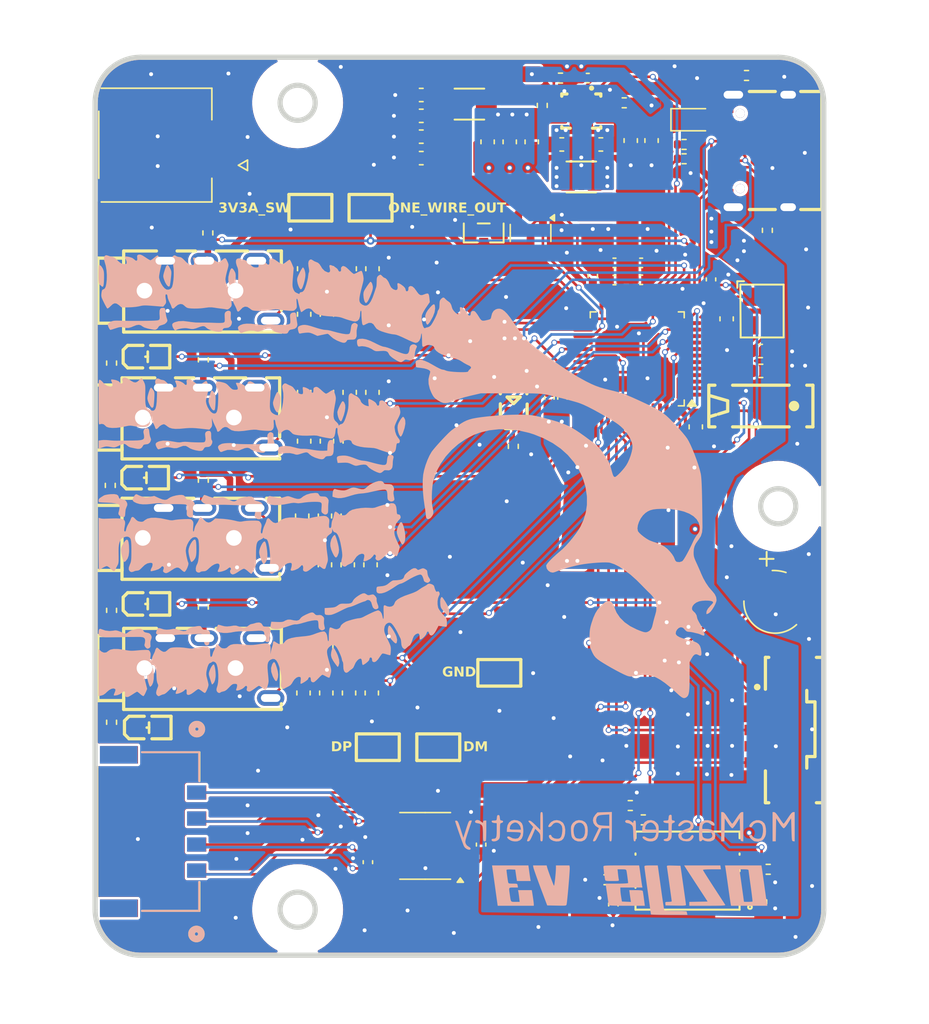
<source format=kicad_pcb>
(kicad_pcb (version 20240108) (generator "pcbnew") (generator_version "8.0")
  (layers (0 "F.Cu" signal) (1 "In1.Cu" power) (2 "In2.Cu" power) (31 "B.Cu" signal) (34 "B.Paste" user) (35 "F.Paste" user) (36 "B.SilkS" user "B.Silkscreen") (37 "F.SilkS" user "F.Silkscreen") (38 "B.Mask" user) (39 "F.Mask" user) (44 "Edge.Cuts" user))
  (net 0 "")
  (net 1 "Net-(BT1-+)")
  (net 2 "GND")
  (net 3 "+3V3A")
  (net 4 "Net-(J_CAN1-Pin_1)")
  (net 5 "Net-(J_CAN1-Pin_2)")
  (net 6 "/nRST")
  (net 7 "+3V3")
  (net 8 "Net-(D2-K)")
  (net 9 "Net-(U4-Vaux)")
  (net 10 "/SWDIO")
  (net 11 "/SWDCLK")
  (net 12 "/VBUS")
  (net 13 "Net-(J_CAN1-Pin_3)")
  (net 14 "Net-(J_CAN1-Pin_4)")
  (net 15 "Net-(U4-L2)")
  (net 16 "Net-(U4-L1)")
  (net 17 "Net-(LED1-K)")
  (net 18 "Net-(LED2-K)")
  (net 19 "Net-(LED3-K)")
  (net 20 "Net-(LED4-K)")
  (net 21 "/3V3A_SW_EN")
  (net 22 "3V3A_SW")
  (net 23 "/STATUS_LED")
  (net 24 "/LED2")
  (net 25 "/LED1")
  (net 26 "/LED3")
  (net 27 "/LED4")
  (net 28 "/MKDV32_Output")
  (net 29 "/MKDV32_Input")
  (net 30 "Net-(U3-DAT2)")
  (net 31 "/CS")
  (net 32 "Net-(U4-EN)")
  (net 33 "/BAT_V_M")
  (net 34 "Net-(USB1-CC1)")
  (net 35 "Net-(USB1-CC2)")
  (net 36 "Net-(U4-FB)")
  (net 37 "Net-(U3-DAT1)")
  (net 38 "/CAN_RXD")
  (net 39 "/CAN_TXD")
  (net 40 "/USB_DN")
  (net 41 "/MKDV32_Clock")
  (net 42 "/USB_DP")
  (net 45 "/PS")
  (net 50 "/DM1")
  (net 51 "/DP1")
  (net 52 "/DM2")
  (net 53 "/DP2")
  (net 54 "/DM3")
  (net 55 "/DP3")
  (net 56 "/DM4")
  (net 57 "/DP4")
  (net 58 "Net-(C30-Pad1)")
  (net 59 "Net-(C31-Pad1)")
  (net 60 "Net-(C32-Pad1)")
  (net 61 "Net-(C33-Pad1)")
  (net 62 "Net-(C34-Pad2)")
  (net 63 "Net-(C35-Pad2)")
  (net 64 "Net-(C36-Pad2)")
  (net 65 "Net-(C37-Pad2)")
  (net 66 "Net-(J3-PadR1)")
  (net 67 "/ONE_WIRE_OUT1")
  (net 68 "Net-(J3-PadT)")
  (net 69 "Net-(J4-PadR1)")
  (net 70 "Net-(J4-PadT)")
  (net 71 "/ONE_WIRE_OUT2")
  (net 72 "Net-(J5-PadR1)")
  (net 73 "/ONE_WIRE_OUT3")
  (net 74 "Net-(J5-PadT)")
  (net 75 "Net-(J6-PadR1)")
  (net 76 "/ONE_WIRE_OUT4")
  (net 77 "Net-(J6-PadT)")
  (net 78 "Net-(U2-PF0)")
  (net 79 "Net-(U2-PC14)")
  (net 80 "Net-(U2-PC15)")
  (net 81 "Net-(U2-PF1)")
  (net 82 "Net-(U2-PB8)")
  (net 83 "Net-(LED5--)")
  (footprint "Capacitor_SMD:C_0603_1608Metric" (layer "F.Cu") (at 56.99 30.6 90)
    (property "Reference" "C20" (hide yes))
    (property "Value" "22u")
  )
  (footprint "Package_SO:SOIC-8_3.9x4.9mm_P1.27mm" (layer "F.Cu") (at 48.8 84.7 180)
    (property "Reference" "U1" (hide yes))
    (property "Value" "ISO1044BD")
  )
  (footprint "Capacitor_SMD:C_0603_1608Metric" (layer "F.Cu") (at 48.5 27)
    (property "Reference" "C44" (hide yes))
    (property "Value" "22u")
  )
  (footprint "Capacitor_SMD:C_0603_1608Metric_Pad1.08x0.95mm_HandSolder" (layer "F.Cu") (at 39.35 63.1 90)
    (property "Reference" "R23" (hide yes))
    (property "Value" "2.4k 1%")
  )
  (footprint "Resistor_SMD:R_0402_1005Metric" (layer "F.Cu") (at 64.1 27.6)
    (property "Reference" "R6" (hide yes))
    (property "Value" "10k")
  )
  (footprint "Capacitor_SMD:C_0603_1608Metric" (layer "F.Cu") (at 48.5 28.6)
    (property "Reference" "C43" (hide yes))
    (property "Value" "22u")
  )
  (footprint "Capacitor_SMD:C_0603_1608Metric_Pad1.08x0.95mm_HandSolder" (layer "F.Cu") (at 44.7 69.4 90)
    (property "Reference" "C2" (hide yes))
    (property "Value" "1nF 1%")
  )
  (footprint "Capacitor_SMD:C_0402_1005Metric" (layer "F.Cu") (at 65.4 41.2)
    (property "Reference" "C11" (hide yes))
    (property "Value" "100n")
  )
  (footprint "Resistor_SMD:R_0402_1005Metric" (layer "F.Cu") (at 67.5 57 -90)
    (property "Reference" "R37" (hide yes))
    (property "Value" "33K")
  )
  (footprint "Capacitor_SMD:C_0402_1005Metric" (layer "F.Cu") (at 61.3 25.7 180)
    (property "Reference" "C38" (hide yes))
    (property "Value" "100n")
  )
  (footprint "Rocketry_Manual:CONN_2053380000-SD_04_MOL" (layer "F.Cu") (at 27.532601 83.6 -90)
    (property "Reference" "J_CAN1" (hide yes))
    (property "Value" "2053380004")
  )
  (footprint "Capacitor_SMD:C_0603_1608Metric" (layer "F.Cu") (at 59.3 30.8 180)
    (property "Reference" "C17" (hide yes))
    (property "Value" "10u")
  )
  (footprint "Capacitor_SMD:C_0603_1608Metric_Pad1.08x0.95mm_HandSolder" (layer "F.Cu") (at 39.5 40.35 -90)
    (property "Reference" "R34" (hide yes))
    (property "Value" "2.4k 1%")
  )
  (footprint "Capacitor_SMD:C_0603_1608Metric_Pad1.08x0.95mm_HandSolder" (layer "F.Cu") (at 43 49.85 90)
    (property "Reference" "R21" (hide yes))
    (property "Value" "2.4k 1%")
  )
  (footprint "Resistor_SMD:R_0402_1005Metric" (layer "F.Cu") (at 57.8 27.8 -90)
    (property "Reference" "R12" (hide yes))
    (property "Value" "470K")
  )
  (footprint "Resistor_SMD:R_0402_1005Metric" (layer "F.Cu") (at 68.7 30.8)
    (property "Reference" "R8" (hide yes))
    (property "Value" "20K")
  )
  (footprint "Rocketry_Manual:AUDIO-TH_PJ-320A-4P-DIP" (layer "F.Cu") (at 32.8775 71.035)
    (property "Reference" "J3" (hide yes))
    (property "Value" "AudioJack4")
  )
  (footprint "Capacitor_SMD:C_0402_1005Metric" (layer "F.Cu") (at 65.4 39.9 180)
    (property "Reference" "C42" (hide yes))
    (property "Value" "1u")
  )
  (footprint "Package_TO_SOT_SMD:SOT-23" (layer "F.Cu") (at 56.9 37.6 -90)
    (property "Reference" "Q2" (hide yes))
    (property "Value" "AO3401A")
  )
  (footprint "Rocketry_Easyeda:SMD_RH-5015" (layer "F.Cu") (at 49.8094 77.1144 180)
    (property "Reference" "U6" (hide yes))
    (property "Value" "RH-5015")
  )
  (footprint "Capacitor_SMD:C_0603_1608Metric_Pad1.08x0.95mm_HandSolder" (layer "F.Cu") (at 44.75 49.85 90)
    (property "Reference" "C22" (hide yes))
    (property "Value" "1nF 1%")
  )
  (footprint "Rocketry_Manual:AUDIO-TH_PJ-320A-4P-DIP" (layer "F.Cu") (at 32.8775 42.035)
    (property "Reference" "J5" (hide yes))
    (property "Value" "AudioJack4")
  )
  (footprint "Capacitor_SMD:C_0603_1608Metric_Pad1.08x0.95mm_HandSolder" (layer "F.Cu") (at 41.25 43.85 -90)
    (property "Reference" "C36" (hide yes))
    (property "Value" "1nF 1%")
  )
  (footprint "Capacitor_SMD:C_0603_1608Metric_Pad1.08x0.95mm_HandSolder" (layer "F.Cu") (at 71.97 44.2 90)
    (property "Reference" "C41" (hide yes))
    (property "Value" "10p")
  )
  (footprint "Resistor_SMD:R_0402_1005Metric" (layer "F.Cu") (at 31.75 66.35 -90)
    (property "Reference" "R16" (hide yes))
    (property "Value" "51R")
  )
  (footprint "Rocketry_Easyeda:LED0603-R-RD_WHITE" (layer "F.Cu") (at 27.4 66.1)
    (property "Reference" "LED4" (hide yes))
    (property "Value" "0603White light_C2290")
  )
  (footprint "Capacitor_SMD:C_0603_1608Metric_Pad1.08x0.95mm_HandSolder" (layer "F.Cu") (at 41.25 53.6 -90)
    (property "Reference" "C35" (hide yes))
    (property "Value" "1nF 1%")
  )
  (footprint "Capacitor_SMD:C_0603_1608Metric_Pad1.08x0.95mm_HandSolder" (layer "F.Cu") (at 41.1 59.35 -90)
    (property "Reference" "C33" (hide yes))
    (property "Value" "1nF 1%")
  )
  (footprint "Capacitor_SMD:C_0402_1005Metric" (layer "F.Cu") (at 59.35 50.257843 90)
    (property "Reference" "C6" (hide yes))
    (property "Value" "100n")
  )
  (footprint "Capacitor_SMD:C_0603_1608Metric_Pad1.08x0.95mm_HandSolder" (layer "F.Cu") (at 39.5 49.85 -90)
    (property "Reference" "R29" (hide yes))
    (property "Value" "2.4k 1%")
  )
  (footprint "Rocketry_Manual:SEIKO_ML414H_IV01E" (layer "F.Cu") (at 75.7 65.95 90)
    (property "Reference" "BT1" (hide yes))
    (property "Value" "Battery_Cell")
  )
  (footprint "Capacitor_SMD:C_0402_1005Metric" (layer "F.Cu") (at 63.265 89.2 90)
    (property "Reference" "C13" (hide yes))
    (property "Value" "4.7u")
  )
  (footprint "Resistor_SMD:R_0402_1005Metric" (layer "F.Cu") (at 62.7 87.3)
    (property "Reference" "R38" (hide yes))
    (property "Value" "33K")
  )
  (footprint "Rocketry_Easyeda:USB-C-SMD_TYPE-C-6PIN-2MD-073" (layer "F.Cu") (at 74.3175 31.3 90)
    (property "Reference" "USB1" (hide yes))
    (property "Value" "TYPE-C 16PIN 2MD(073)")
  )
  (footprint "Capacitor_SMD:C_0603_1608Metric_Pad1.08x0.95mm_HandSolder" (layer "F.Cu") (at 41.1 63.1 -90)
    (property "Reference" "C37" (hide yes))
    (property "Value" "1nF 1%")
  )
  (footprint "Capacitor_SMD:C_0402_1005Metric" (layer "F.Cu") (at 63.35 41.222843 180)
    (property "Reference" "C1" (hide yes))
    (property "Value" "10n")
  )
  (footprint "Capacitor_SMD:C_0603_1608Metric_Pad1.08x0.95mm_HandSolder" (layer "F.Cu") (at 39.35 59.35 -90)
    (property "Reference" "R35" (hide yes))
    (property "Value" "2.4k 1%")
  )
  (footprint "Rocketry_Easyeda:SMD_RH-5015" (layer "F.Cu") (at 54.5 71.4 180)
    (property "Reference" "U9" (hide yes))
    (property "Value" "RH-5015")
  )
  (footprint "Capacitor_SMD:C_0402_1005Metric" (layer "F.Cu") (at 63.35 39.9)
    (property "Reference" "C10" (hide yes))
    (property "Value" "1u")
  )
  (footprint "Capacitor_SMD:C_0402_1005Metric" (layer "F.Cu") (at 58.35 50.257843 90)
    (property "Reference" "C12" (hide yes))
    (property "Value" "4.7u")
  )
  (footprint "Capacitor_SMD:C_0603_1608Metric_Pad1.08x0.95mm_HandSolder" (layer "F.Cu") (at 42.95 69.4 90)
    (property "Reference" "R13" (hide yes))
    (property "Value" "2.4k 1%")
  )
  (footprint "Rocketry_Easyeda:IND-SMD_L2.5-W2.0_MEKK2520TR47M" (layer "F.Cu") (at 52.2 27.7)
    (property "Reference" "U10" (hide yes))
    (property "Value" "FTC252012S1R5MBCA (1.5uF 2.9A)")
  )
  (footprint "Package_QFP:LQFP-48_7x7mm_P0.5mm" (layer "F.Cu") (at 65.1 47.275 180)
    (property "Reference" "U2" (hide yes))
    (property "Value" "STM32G474CETx")
  )
  (footprint "Resistor_SMD:R_0402_1005Metric" (layer "F.Cu") (at 64.565 81.6 180)
    (property "Reference" "R2" (hide yes))
    (property "Value" "33K")
  )
  (footprint "Resistor_SMD:R_0402_1005Metric" (layer "F.Cu") (at 75.1 37.4 90)
    (property "Reference" "R9" (hide yes))
    (property "Value" "5.1k")
  )
  (footprint "Capacitor_SMD:C_0603_1608Metric_Pad1.08x0.95mm_HandSolder" (layer "F.Cu") (at 44.75 53.6 90)
    (property "Reference" "C24" (hide yes))
    (property "Value" "1nF 1%")
  )
  (footprint "Capacitor_SMD:C_0402_1005Metric" (layer "F.Cu") (at 61.682843 40.9 90)
    (property "Reference" "C9" (hide yes))
    (property "Value" "100n")
  )
  (footprint "Rocketry_Manual:1054301102" (layer "F.Cu") (at 28.972 30.85 90)
    (property "Reference" "J2" (hide yes))
    (property "Value" "Conn_01x02_Pin")
  )
  (footprint "Rocketry_Easyeda:SOT-23-3_L2.9-W1.3-P1.90-LS2.4-BR" (layer "F.Cu") (at 53.3 37.6 90)
    (property "Reference" "Q1" (hide yes))
    (property "Value" "AO3400A")
  )
  (footprint "Resistor_SMD:R_0402_1005Metric" (layer "F.Cu") (at 31.75 47.35 -90)
    (property "Reference" "R18" (hide yes))
    (property "Value" "51R")
  )
  (footprint "Rocketry_Easyeda:MC-306_4P-L8.0-W3.2-P5.5-BL" (layer "F.Cu") (at 74.6 50.9)
    (property "Reference" "X2" (hide yes))
    (property "Value" "MC-306 32.768kHz 6.0pF 20ppm")
  )
  (footprint "Capacitor_SMD:C_0603_1608Metric_Pad1.08x0.95mm_HandSolder" (layer "F.Cu") (at 44.75 40.35 90)
    (property "Reference" "C26" (hide yes))
    (property "Value" "1nF 1%")
  )
  (footprint "Diode_SMD:D_SOD-323" (layer "F.Cu") (at 69.3 28.9)
    (property "Reference" "D2" (hide yes))
    (property "Value" "1N5819WS")
  )
  (footprint "Capacitor_SMD:C_0603_1608Metric" (layer "F.Cu") (at 53.6 30.6 90)
    (property "Reference" "C21" (hide yes))
    (property "Value" "22u")
  )
  (footprint "Capacitor_SMD:C_0603_1608Metric_Pad1.08x0.95mm_HandSolder" (layer "F.Cu") (at 43 43.85 -90)
    (property "Reference" "R30" (hide yes))
    (property "Value" "2.4k 1%")
  )
  (footprint "Capacitor_SMD:C_0603_1608Metric_Pad1.08x0.95mm_HandSolder" (layer "F.Cu") (at 69.6 52.5 -90)
    (property "Reference" "C40" (hide yes))
    (property "Value" "6.8p")
  )
  (footprint "Capacitor_SMD:C_0603_1608Metric_Pad1.08x0.95mm_HandSolder" (layer "F.Cu") (at 39.45 72.95 90)
    (property "Reference" "R19" (hide yes))
    (property "Value" "2.4k 1%")
  )
  (footprint "Capacitor_SMD:C_0603_1608Metric_Pad1.08x0.95mm_HandSolder" (layer "F.Cu") (at 41.2 72.95 -90)
    (property "Reference" "C34" (hide yes))
    (property "Value" "1nF 1%")
  )
  (footprint "Capacitor_SMD:C_0603_1608Metric_Pad1.08x0.95mm_HandSolder" (layer "F.Cu") (at 43 53.6 -90)
    (property "Reference" "R24" (hide yes))
    (property "Value" "2.4k 1%")
  )
  (footprint "Rocketry_Easyeda:LGA-8_L6.0-W8.0-P1.27-TL" (layer "F.Cu") (at 68.965 86.6 180)
    (property "Reference" "U3" (hide yes))
    (property "Value" "MKDV32GCL-STP")
  )
  (footprint "Resistor_SMD:R_0402_1005Metric" (layer "F.Cu") (at 55.5752 54.0004 -90)
    (property "Reference" "R1" (hide yes))
    (property "Value" "220R")
  )
  (footprint "Capacitor_SMD:C_0603_1608Metric_Pad1.08x0.95mm_HandSolder" (layer "F.Cu") (at 42.85 59.35 90)
    (property "Reference" "R31" (hide yes))
    (property "Value" "2.4k 1%")
  )
  (footprint "Capacitor_SMD:C_0603_1608Metric_Pad1.08x0.95mm_HandSolder" (layer "F.Cu") (at 39.5 43.85 90)
    (property "Reference" "R22" (hide yes))
    (property "Value" "2.4k 1%")
  )
  (footprint "Capacitor_SMD:C_0603_1608Metric_Pad1.08x0.95mm_HandSolder" (layer "F.Cu") (at 41.2 69.4 -90)
    (property "Reference" "C30" (hide yes))
    (property "Value" "1nF 1%")
  )
  (footprint "Rocketry_Easyeda:SMD_RH-5015" (layer "F.Cu") (at 44.6024 35.6616)
    (property "Reference" "U7" (hide yes))
    (property "Value" "RH-5015")
  )
  (footprint "Capacitor_SMD:C_0603_1608Metric" (layer "F.Cu") (at 66.2 30.5 90)
    (property "Reference" "C15" (hide yes))
    (property "Value" "10u")
  )
  (footprint "Resistor_SMD:R_0402_1005Metric" (layer "F.Cu") (at 74.665 89 90)
    (property "Reference" "R4" (hide yes))
    (property "Value" "33K")
  )
  (footprint "Capacitor_SMD:C_0603_1608Metric_Pad1.08x0.95mm_HandSolder" (layer "F.Cu") (at 39.45 69.4 -90)
    (property "Reference" "R28" (hide yes))
    (property "Value" "2.4k 1%")
  )
  (footprint "Capacitor_SMD:C_0603_1608Metric_Pad1.08x0.95mm_HandSolder" (layer "F.Cu") (at 44.6 63.1 90)
    (property "Reference" "C29" (hide yes))
    (property "Value" "1nF 1%")
  )
  (footprint "Resistor_SMD:R_0402_1005Metric" (layer "F.Cu") (at 32.1 37.6 -90)
    (property "Reference" "R27" (hide yes))
    (property "Value" "51R")
  )
  (footprint "Capacitor_SMD:C_0603_1608Metric" (layer "F.Cu") (at 48.5 31.85)
    (property "Reference" "C25" (hide yes))
    (property "Value" "22u")
  )
  (footprint "Rocketry_Easyeda:SMD_RH-5015" (layer "F.Cu") (at 45.1612 77.1144)
    (property "Reference" "U5" (hide yes))
    (property "Value" "RH-5015")
  )
  (footprint "Rocketry_Easyeda:VQFN-HR-15_L3.0-W2.5-P0.50-BL_TPS63070RNMR" (layer "F.Cu") (at 60.8 28.1 180)
    (property "Reference" "U4" (hide yes))
    (property "Value" "TPS63070RNMR")
  )
  (footprint "Capacitor_SMD:C_0603_1608Metric_Pad1.08x0.95mm_HandSolder" (layer "F.Cu") (at 41.25 40.35 -90)
    (property "Reference" "C32" (hide yes))
    (property "Value" "1nF 1%")
  )
  (footprint "Capacitor_SMD:C_0402_1005Metric" (layer "F.Cu") (at 70.77 41.17 -90)
    (property "Reference" "C4" (hide yes))
    (property "Value" "100n")
  )
  (footprint "Capacitor_SMD:C_0603_1608Metric" (layer "F.Cu") (at 48.5 30.2)
    (property "Reference" "C23" (hide yes))
    (property "Value" "22u")
  )
  (footprint "Rocketry_Easyeda:OSC-SMD_4P-L3.2-W2.5-BL" (layer "F.Cu") (at 74.7 43.6 -90)
    (property "Reference" "X1" (hide yes))
    (property "Value" "X322516MLB4SI")
  )
  (footprint "Resistor_SMD:R_0402_1005Metric" (layer "F.Cu") (at 24.7 66.6 -90)
    (property "Reference" "R32" (hide yes))
    (property "Value" "220R")
  )
  (footprint "Capacitor_SMD:C_0603_1608Metric_Pad1.08x0.95mm_HandSolder" (layer "F.Cu") (at 44.75 43.85 90)
    (property "Reference" "C27" (hide yes))
    (property "Value" "1nF 1%")
  )
  (footprint "Capacitor_SMD:C_0603_1608Metric" (layer "F.Cu") (at 64.6 30.5 90)
    (property "Reference" "C14" (hide yes))
    (property "Value" "10u")
  )
  (footprint "Resistor_SMD:R_0402_1005Metric" (layer "F.Cu") (at 24.7 75.2 90)
    (property "Reference" "R15" (hide yes))
    (property "Value" "220R")
  )
  (footprint "Rocketry_Easyeda:LED0603-R-RD_WHITE" (layer "F.Cu") (at 27.5 75.6)
    (property "Reference" "LED2" (hide yes))
    (property "Value" "0603White light_C2290")
  )
  (footprint "Resistor_SMD:R_0402_1005Metric" (layer "F.Cu") (at 68.7 31.9 180)
    (property "Reference" "R7" (hide yes))
    (property "Value" "3.9K")
  )
  (footprint "Capacitor_SMD:C_0603_1608Metric_Pad1.08x0.95mm_HandSolder" (layer "F.Cu") (at 43 40.35 90)
    (property "Reference" "R25" (hide yes))
    (property "Value" "2.4k 1%")
  )
  (footprint "Resistor_SMD:R_0402_1005Metric" (layer "F.Cu") (at 31.75 56.6 -90)
    (property "Reference" "R33" (hide yes))
    (property "Value" "51R")
  )
  (footprint "Capacitor_SMD:C_0603_1608Metric" (layer "F.Cu") (at 62.3 30.8)
    (property "Reference" "C16" (hide yes))
    (property "Value" "10u")
  )
  (footprint "Capacitor_SMD:C_0402_1005Metric" (layer "F.Cu") (at 67.9 53.2 180)
    (property "Reference" "C8" (hide yes))
    (property "Value" "100n")
  )
  (footprint "Rocketry_Easyeda:LED0603-R-RD_WHITE" (layer "F.Cu") (at 27.3 56.4)
    (property "Reference" "LED3" (hide yes))
    (property "Value" "0603White light_C2290")
  )
  (footprint "Rocketry_Manual:AUDIO-TH_PJ-320A-4P-DIP" (layer "F.Cu") (at 32.75 61.035)
    (property "Reference" "J6" (hide yes))
    (property "Value" "AudioJack4")
  )
  (footprint "Resistor_SMD:R_0402_1005Metric" (layer "F.Cu") (at 73.5 25.5)
    (property "Reference" "R10" (hide yes))
    (property "Value" "5.1k")
  )
  (footprint "Rocketry_Easyeda:LED0805-R-RD" (layer "F.Cu") (at 55.6 50.41 90)
    (property "Reference" "LED5" (hide yes))
    (property "Value" "17-21SUYC/TR8")
  )
  (footprint "Rocketry_Easyeda:LED0603-R-RD_WHITE" (layer "F.Cu") (at 27.4 47.1)
    (property "Reference" "LED1" (hide yes))
    (property "Value" "0603White light_C2290")
  )
  (footprint "Capacitor_SMD:C_0402_1005Metric" (layer "F.Cu") (at 44.4 85.95 -90)
    (property "Reference" "C3" (hide yes))
    (property "Value" "100n")
  )
  (footprint "Capacitor_SMD:C_0603_1608Metric_Pad1.08x0.95mm_HandSolder" (layer "F.Cu") (at 42.95 72.95 -90)
    (property "Reference" "R14" (hide yes))
    (property "Value" "2.4k 1%")
  )
  (footprint "Capacitor_SMD:C_0402_1005Metric" (layer "F.Cu") (at 53.1 84.6 -90)
    (property "Reference" "C5" (hide yes))
    (property "Value" "100n")
  )
  (footprint "Rocketry_Easyeda:IND-SMD_L2.5-W2.0_MEKK2520TR47M" (layer "F.Cu") (at 60.8 33.3)
    (property "Reference" "U11" (hide yes))
    (property "Value" "FTC252012S1R5MBCA (1.5uF 2.9A)")
  )
  (footprint "Rocketry_Easyeda:SMD_RH-5015" (layer "F.Cu") (at 39.9796 35.6616)
    (property "Reference" "U8" (hide yes))
    (property "Value" "RH-5015")
  )
  (footprint "Capacitor_SMD:C_0603_1608Metric_Pad1.08x0.95mm_HandSolder" (layer "F.Cu") (at 44.6 59.35 90)
    (property "Reference" "C28" (hide yes))
    (property "Value" "1nF 1%")
  )
  (footprint "Resistor_SMD:R_0402_1005Metric" (layer "F.Cu") (at 65.565 82.7)
    (property "Reference" "R3" (hide yes))
    (property "Value" "33K")
  )
  (footprint "Resistor_SMD:R_0402_1005Metric" (layer "F.Cu") (at 24.6 57 -90)
    (property "Reference" "R26" (hide yes))
    (property "Value" "220R")
  )
  (footprint "Capacitor_SMD:C_0603_1608Metric_Pad1.08x0.95mm_HandSolder" (layer "F.Cu") (at 41.25 49.85 -90)
    (property "Reference" "C31" (hide yes))
    (property "Value" "1nF 1%")
  )
  (footprint "Rocketry_Manual:AUDIO-TH_PJ-320A-4P-DIP" (layer "F.Cu") (at 32.75 51.785)
    (property "Reference" "J4" (hide yes))
    (property "Value" "AudioJack4")
  )
  (footprint "Capacitor_SMD:C_0603_1608Metric_Pad1.08x0.95mm_HandSolder" (layer "F.Cu") (at 39.5 53.6 90)
    (property "Reference" "R20" (hide yes))
    (property "Value" "2.4k 1%")
  )
  (footprint "Resistor_SMD:R_0402_1005Metric" (layer "F.Cu") (at 59.2 25.7 180)
    (property "Reference" "R11" (hide yes))
    (property "Value" "150K")
  )
  (footprint "Capacitor_SMD:C_0603_1608Metric_Pad1.08x0.95mm_HandSolder" (layer "F.Cu") (at 44.7 72.95 90)
    (property "Reference" "C7" (hide yes))
    (property "Value" "1nF 1%")
  )
  (footprint "Capacitor_SMD:C_0603_1608Metric" (layer "F.Cu") (at 55.3 30.6 90)
    (property "Reference" "C19" (hide yes))
    (property "Value" "22u")
  )
  (footprint "Resistor_SMD:R_0402_1005Metric" (layer "F.Cu") (at 24.7 47.6 -90)
    (property "Reference" "R17" (hide yes))
    (property "Value" "220R")
  )
  (footprint "Capacitor_SMD:C_0603_1608Metric_Pad1.08x0.95mm_HandSolder" (layer "F.Cu") (at 74.6 48.2 180)
    (property "Reference" "C39" (hide yes))
    (property "Value" "6.8p")
  )
  (footprint "Capacitor_SMD:C_0603_1608Metric_Pad1.08x0.95mm_HandSolder" (layer "F.Cu") (at 42.85 63.1 -90)
    (property "Reference" "R36" (hide yes))
    (property "Value" "2.4k 1%")
  )
  (footprint "Capacitor_SMD:C_0603_1608Metric_Pad1.08x0.95mm_HandSolder" (layer "F.Cu") (at 74.57 46.67 180)
    (property "Reference" "C18" (hide yes))
    (property "Value" "10p")
  )
  (footprint "Resistor_SMD:R_0402_1005Metric" (layer "F.Cu") (at 75.165 86.5 180)
    (property "Reference" "R5" (hide yes))
    (property "Value" "33K")
  )
  (footprint "Rocketry_Easyeda:CONN-SMD_5P-P1.25_532610571-2" (layer "F.Cu") (at 75.5904 75.7936 90)
    (property "Reference" "CN1" (hide yes))
    (property "Value" "532610571")
  )
  (footprint "Rocketry_Manual:OZYS_V3_ART" (layer "B.Cu") (at 51.7 58.5 180)
    (property "Reference" "G***" (hide yes))
    (property "Value" "LOGO" (hide yes))
  )
  (footprint "Rocketry_Manual:CONN_2053380000-SD_04_MOL" (layer "B.Cu") (at 27.5 83.59465 90)
    (property "Reference" "J_CAN2" (hide yes))
    (property "Value" "2053380004")
  )
  (footprint "Rocketry_Manual:OZYS_V3_LOGO" (layer "B.Cu") (at 64.1 86.1 180)
    (property "Reference" "G***" (hide yes))
    (property "Value" "LOGO" (hide yes))
  )
  (gr_arc (start 23.435 27.6) (mid 24.460126 25.125126) (end 26.935 24.1) (stroke (width 0.4)) (layer "Edge.Cuts"))
  (gr_line (start 75.935 24.1) (end 26.935 24.1) (stroke (width 0.4)) (layer "Edge.Cuts"))
  (gr_circle (center 75.935 58.6) (end 75.935 59.95) (stroke (width 0.4)) (fill none) (layer "Edge.Cuts"))
  (gr_circle (center 39 27.6) (end 39 28.95) (stroke (width 0.4)) (fill none) (layer "Edge.Cuts"))
  (gr_line (start 23.435 27.6) (end 23.435 89.6) (stroke (width 0.4)) (layer "Edge.Cuts"))
  (gr_line (start 79.435 27.6) (end 79.435 89.6) (stroke (width 0.4)) (layer "Edge.Cuts"))
  (gr_arc (start 26.935 93.1) (mid 24.460126 92.074874) (end 23.435 89.6) (stroke (width 0.4)) (layer "Edge.Cuts"))
  (gr_circle (center 39 89.6) (end 39 90.95) (stroke (width 0.4)) (fill none) (layer "Edge.Cuts"))
  (gr_arc (start 75.935 24.1) (mid 78.409874 25.125126) (end 79.435 27.6) (stroke (width 0.4)) (layer "Edge.Cuts"))
  (gr_arc (start 79.435 89.6) (mid 78.409874 92.074874) (end 75.935 93.1) (stroke (width 0.4)) (layer "Edge.Cuts"))
  (gr_line (start 75.935 93.1) (end 26.935 93.1) (stroke (width 0.4)) (layer "Edge.Cuts"))
  (gr_text "DM" (at 52.6796 77.1144 0) (layer "F.SilkS") (effects (font (size 0.75 0.75) (thickness 0.125) (bold yes))))
  (gr_text "3V3A_SW" (at 35.6616 35.7124 0) (layer "F.SilkS") (effects (font (size 0.75 0.75) (thickness 0.125) (bold yes))))
  (gr_text "GND" (at 51.4096 71.374 0) (layer "F.SilkS") (effects (font (size 0.75 0.75) (thickness 0.125) (bold yes))))
  (gr_text "DP" (at 42.3672 77.1144 0) (layer "F.SilkS") (effects (font (size 0.75 0.75) (thickness 0.125) (bold yes))))
  (gr_text "ONE_WIRE_OUT" (at 50.4952 35.7124 0) (layer "F.SilkS") (effects (font (size 0.75 0.75) (thickness 0.125) (bold yes))))
  (segment (start 73.562501 51.262501) (end 71.237499 51.262501) (width 0.2) (layer "F.Cu") (net 1))
  (segment (start 71.2 61.45) (end 71.2 55.9) (width 0.2) (layer "F.Cu") (net 1))
  (segment (start 69.999999 50.025) (end 69.2625 50.025) (width 0.2) (layer "F.Cu") (net 1))
  (segment (start 71.237499 51.262501) (end 71.037499 51.062501) (width 0.2) (layer "F.Cu") (net 1))
  (segment (start 71.2 55.9) (end 73.7 53.4) (width 0.2) (layer "F.Cu") (net 1))
  (segment (start 73.6 63.85) (end 71.2 61.45) (width 0.2) (layer "F.Cu") (net 1))
  (segment (start 73.7 53.4) (end 73.7 51.4) (width 0.2) (layer "F.Cu") (net 1))
  (segment (start 73.7 51.4) (end 73.562501 51.262501) (width 0.2) (layer "F.Cu") (net 1))
  (segment (start 71.037499 51.062501) (end 69.999999 50.025) (width 0.2) (layer "F.Cu") (net 1))
  (segment (start 51.775 82.795) (end 53.1 84.12) (width 0.2) (layer "F.Cu") (net 2))
  (segment (start 41.25 52.7375) (end 42.0875 53.575) (width 0.2) (layer "F.Cu") (net 2))
  (segment (start 65.88 37.32) (end 65.88 39.9) (width 0.2) (layer "F.Cu") (net 2))
  (segment (start 72.7 84.7) (end 73.7 83.7) (width 0.2) (layer "F.Cu") (net 2))
  (segment (start 41.9375 63.075) (end 43.7125 63.075) (width 0.2) (layer "F.Cu") (net 2))
  (segment (start 62.85 41.242843) (end 62.87 41.222843) (width 0.2) (layer "F.Cu") (net 2))
  (segment (start 42.0875 53.575) (end 43.8625 53.575) (width 0.2) (layer "F.Cu") (net 2))
  (segment (start 43.8625 53.575) (end 44.75 54.4625) (width 0.2) (layer "F.Cu") (net 2))
  (segment (start 53.28 84.12) (end 54 83.4) (width 0.2) (layer "F.Cu") (net 2))
  (segment (start 60.9375 49.525) (end 59.602843 49.525) (width 0.2) (layer "F.Cu") (net 2))
  (segment (start 69.05 74.55) (end 69 74.6) (width 0.2) (layer "F.Cu") (net 2))
  (segment (start 42.1375 43.875) (end 43.9125 43.875) (width 0.2) (layer "F.Cu") (net 2))
  (segment (start 44.75 48.9875) (end 45.9875 48.9875) (width 0.2) (layer "F.Cu") (net 2))
  (segment (start 43.7625 59.325) (end 44.6 58.4875) (width 0.2) (layer "F.Cu") (net 2))
  (segment (start 67.42 53.2) (end 67.35 53.13) (width 0.2) (layer "F.Cu") (net 2))
  (segment (start 45.8875 58.4875) (end 45.9 58.5) (width 0.2) (layer "F.Cu") (net 2))
  (segment (start 61.682843 37.3) (end 61.682843 40.42) (width 0.2) (layer "F.Cu") (net 2))
  (segment (start 42.0375 72.925) (end 43.8125 72.925) (width 0.2) (layer "F.Cu") (net 2))
  (segment (start 41.25 42.9875) (end 42.1375 43.875) (width 0.2) (layer "F.Cu") (net 2))
  (segment (start 74.134 74.55) (end 69.05 74.55) (width 0.2) (layer "F.Cu") (net 2))
  (segment (start 43.7125 63.075) (end 44.6 63.9625) (width 0.2) (layer "F.Cu") (net 2))
  (segment (start 63.265 89.68) (end 63.265 90.735) (width 0.2) (layer "F.Cu") (net 2))
  (segment (start 77.4 53.7) (end 77.4 53.8) (width 0.2) (layer "F.Cu") (net 2))
  (segment (start 62.87 39.9) (end 62.87 41.222843) (width 0.2) (layer "F.Cu") (net 2))
  (segment (start 41.25 41.2125) (end 42.1375 40.325) (width 0.2) (layer "F.Cu") (net 2))
  (segment (start 45.9875 44.7125) (end 46 44.7) (width 0.2) (layer "F.Cu") (net 2))
  (segment (start 62.85 43.1125) (end 62.85 41.242843) (width 0.2) (layer "F.Cu") (net 2))
  (segment (start 72.1 40.8) (end 71.99 40.69) (width 0.2) (layer "F.Cu") (net 2))
  (segment (start 43.8625 69.375) (end 42.0875 69.375) (width 0.2) (layer "F.Cu") (net 2))
  (segment (start 57.4 49.4) (end 57.777843 49.777843) (width 0.2) (layer "F.Cu") (net 2))
  (segment (start 44.7 68.5375) (end 43.8625 69.375) (width 0.2) (layer "F.Cu") (net 2))
  (segment (start 65.88 39.9) (end 65.88 39.72) (width 0.2) (layer "F.Cu") (net 2))
  (segment (start 67.5 58.9) (end 67.5 57.51) (width 0.2) (layer "F.Cu") (net 2))
  (segment (start 45.9875 48.9875) (end 46 49) (width 0.2) (layer "F.Cu") (net 2))
  (segment (start 72.665 84.7) (end 72.7 84.7) (width 0.2) (layer "F.Cu") (net 2))
  (segment (start 43.9125 43.875) (end 44.75 44.7125) (width 0.2) (layer "F.Cu") (net 2))
  (segment (start 77.55 65.3) (end 77.55 68.05) (width 0.2) (layer "F.Cu") (net 2))
  (segment (start 74.1404 74.5436) (end 74.134 74.55) (width 0.2) (layer "F.Cu") (net 2))
  (segment (start 44.7 68.5375) (end 45.9375 68.5375) (width 0.2) (layer "F.Cu") (net 2))
  (segment (start 41.25 50.7125) (end 42.1375 49.825) (width 0.2) (layer "F.Cu") (net 2))
  (segment (start 45.8375 63.9625) (end 45.9 63.9) (width 0.2) (layer "F.Cu") (net 2))
  (segment (start 67.42 54.08) (end 67.44 54.1) (width 0.2) (layer "F.Cu") (net 2))
  (segment (start 44.6 63.9625) (end 45.8375 63.9625) (width 0.2) (layer "F.Cu") (net 2))
  (segment (start 77.55 68.05) (end 78.3 68.8) (width 0.2) (layer "F.Cu") (net 2))
  (segment (start 77.45 53.65) (end 77.4 53.7) (width 0.2) (layer "F.Cu") (net 2))
  (segment (start 42.1375 40.325) (end 43.9125 40.325) (width 0.2) (layer "F.Cu") (net 2))
  (segment (start 42.0875 69.375) (end 41.2 70.2625) (width 0.2) (layer "F.Cu") (net 2))
  (segment (start 59.71 24.81) (end 59.7 24.8) (width 0.2) (layer "F.Cu") (net 2))
  (segment (start 53.1 84.12) (end 53.28 84.12) (width 0.2) (layer "F.Cu") (net 2))
  (segment (start 44.75 44.7125) (end 45.9875 44.7125) (width 0.2) (layer "F.Cu") (net 2))
  (segment (start 67.42 53.2) (end 67.42 54.08) (width 0.2) (layer "F.Cu") (net 2))
  (segment (start 45.9875 39.4875) (end 46 39.5) (width 0.2) (layer "F.Cu") (net 2))
  (segment (start 64.85 42.23) (end 64.85 43.1125) (width 0.2) (layer "F.Cu") (net 2))
  (segment (start 57.777843 49.777843) (end 58.35 49.777843) (width 0.2) (layer "F.Cu") (net 2))
  (segment (start 65.88 41.2) (end 64.85 42.23) (width 0.2) (layer "F.Cu") (net 2))
  (segment (start 44.6 58.4875) (end 45.8875 58.4875) (width 0.2) (layer "F.Cu") (net 2))
  (segment (start 59.602843 49.525) (end 59.35 49.777843) (width 0.2) (layer "F.Cu") (net 2))
  (segment (start 46.0625 54.4625) (end 46.1 54.5) (width 0.2) (layer "F.Cu") (net 2))
  (segment (start 59.35 49.777843) (end 58.35 49.777843) (width 0.2) (layer "F.Cu") (net 2))
  (segment (start 41.1 62.2375) (end 41.9375 63.075) (width 0.2) (layer "F.Cu") (net 2))
  (segment (start 44.75 39.4875) (end 45.9875 39.4875) (width 0.2) (layer "F.Cu") (net 2))
  (segment (start 51.275 82.795) (end 51.775 82.795) (width 0.2) (layer "F.Cu") (net 2))
  (segment (start 52.35 36.6) (end 51.1 36.6) (width 0.2) (layer "F.Cu") (net 2))
  (segment (start 41.1 60.2125) (end 41.9875 59.325) (width 0.2) (layer "F.Cu") (net 2))
  (segment (start 63.265 90.735) (end 63.2 90.8) (width 0.2) (layer "F.Cu") (net 2))
  (segment (start 62.87 37.3) (end 62.87 39.9) (width 0.2) (layer "F.Cu") (net 2))
  (segment (start 65.9 37.3) (end 65.88 37.32) (width 0.2) (layer "F.Cu") (net 2))
  (segment (start 41.9875 59.325) (end 43.7625 59.325) (width 0.2) (layer "F.Cu") (net 2))
  (segment (start 43.9125 40.325) (end 44.75 39.4875) (width 0.2) (layer "F.Cu") (net 2))
  (segment (start 67.35 53.13) (end 67.35 51.4375) (width 0.2) (layer "F.Cu") (net 2))
  (segment (start 41.2 72.0875) (end 42.0375 72.925) (width 0.2) (layer "F.Cu") (net 2))
  (segment (start 65.88 39.9) (end 65.88 41.2) (width 0.2) (layer "F.Cu") (net 2))
  (segment (start 43.8125 72.925) (end 44.7 73.8125) (width 0.2) (layer "F.Cu") (net 2))
  (segment (start 45.9375 68.5375) (end 46 68.6) (width 0.2) (layer "F.Cu") (net 2))
  (segment (start 60.82 24.82) (end 60.8 24.8) (width 0.2) (layer "F.Cu") (net 2))
  (segment (start 42.1375 49.825) (end 43.9125 49.825) (width 0.2) (layer "F.Cu") (net 2))
  (segment (start 44.75 54.4625) (end 46.0625 54.4625) (width 0.2) (layer "F.Cu") (net 2))
  (segment (start 43.9125 49.825) (end 44.75 48.9875) (width 0.2) (layer "F.Cu") (net 2))
  (via (at 75.7428 66.9036) (size 0.45) (drill 0.3) (layers "F.Cu" "B.Cu") (net 2))
  (via (at 59.69 39.116) (size 0.45) (drill 0.3) (layers "F.Cu" "B.Cu") (net 2))
  (via (at 26.7208 84.1756) (size 0.45) (drill 0.3) (layers "F.Cu" "B.Cu") (net 2))
  (via (at 46 49) (size 0.45) (drill 0.3) (layers "F.Cu" "B.Cu") (net 2))
  (via (at 55.0672 58.2168) (size 0.45) (drill 0.3) (layers "F.Cu" "B.Cu") (net 2))
  (via (at 71 54) (size 0.45) (drill 0.3) (layers "F.Cu" "B.Cu") (net 2))
  (via (at 44.1452 91.186) (size 0.45) (drill 0.3) (layers "F.Cu" "B.Cu") (net 2))
  (via (at 56.300281 62.932557) (size 0.45) (drill 0.3) (layers "F.Cu" "B.Cu") (net 2))
  (via (at 35.1536 30.226) (size 0.45) (drill 0.3) (layers "F.Cu" "B.Cu") (net 2))
  (via (at 59.6392 43.3832) (size 0.45) (drill 0.3) (layers "F.Cu" "B.Cu") (net 2))
  (via (at 67.3608 67.5132) (size 0.45) (drill 0.3) (layers "F.Cu" "B.Cu") (net 2))
  (via (at 44.196 84.0232) (size 0.45) (drill 0.3) (layers "F.Cu" "B.Cu") (net 2))
  (via (at 52.259549 45.916586) (size 0.45) (drill 0.3) (layers "F.Cu" "B.Cu") (net 2))
  (via (at 46.1 54.5) (size 0.45) (drill 0.3) (layers "F.Cu" "B.Cu") (net 2))
  (via (at 55.3 32.6) (size 0.45) (drill 0.3) (layers "F.Cu" "B.Cu") (net 2))
  (via (at 54.5084 74.3204) (size 0.45) (drill 0.3) (layers "F.Cu" "B.Cu") (net 2))
  (via (at 78.5368 87.7824) (size 0.45) (drill 0.3) (layers "F.Cu" "B.Cu") (net 2))
  (via (at 70.2 43) (size 0.45) (drill 0.3) (layers "F.Cu" "B.Cu") (net 2))
  (via (at 52.982549 53.873645) (size 0.45) (drill 0.3) (layers "F.Cu" "B.Cu") (net 2))
  (via (at 67.7164 72.7456) (size 0.45) (drill 0.3) (layers "F.Cu" "B.Cu") (net 2))
  (via (at 49.53 48.768) (size 0.45) (drill 0.3) (layers "F.Cu" "B.Cu") (net 2))
  (via (at 78.0796 38.862) (size 0.45) (drill 0.3) (layers "F.Cu" "B.Cu") (net 2))
  (via (at 48.2092 74.0664) (size 0.45) (drill 0.3) (layers "F.Cu" "B.Cu") (net 2))
  (via (at 66.583785 38.970788) (size 0.45) (drill 0.3) (layers "F.Cu" "B.Cu") (net 2))
  (via (at 43.255452 85.648719) (size 0.45) (drill 0.3) (layers "F.Cu" "B.Cu") (net 2))
  (via (at 41.2496 71.1708) (size 0.45) (drill 0.3) (layers "F.Cu" "B.Cu") (net 2))
  (via (at 59.7 24.8) (size 0.45) (drill 0.3) (layers "F.Cu" "B.Cu") (net 2))
  (via (at 78.2828 62.2808) (size 0.45) (drill 0.3) (layers "F.Cu" "B.Cu") (net 2))
  (via (at 34.29 85.6996) (size 0.45) (drill 0.3) (layers "F.Cu" "B.Cu") (net 2))
  (via (at 64.262 77.0128) (size 0.45) (drill 0.3) (layers "F.Cu" "B.Cu") (net 2))
  (via (at 64.6 32.4) (size 0.45) (drill 0.3) (layers "F.Cu" "B.Cu") (net 2))
  (via (at 62.87 37.3) (size 0.45) (drill 0.3) (layers "F.Cu" "B.Cu") (net 2))
  (via (at 34.0868 53.8988) (size 0.45) (drill 0.3) (layers "F.Cu" "B.Cu") (net 2))
  (via (at 52.324 82.0928) (size 0.45) (drill 0.3) (layers "F.Cu" "B.Cu") (net 2))
  (via (at 63.2 90.8) (size 0.45) (drill 0.3) (layers "F.Cu" "B.Cu") (net 2))
  (via (at 51.0032 91.3892) (size 0.45) (drill 0.3) (layers "F.Cu" "B.Cu") (net 2))
  (via (at 53.7 32.6) (size 0.45) (drill 0.3) (layers "F.Cu" "B.Cu") (net 2))
  (via (at 62.4332 78.1304) (size 0.45) (drill 0.3) (layers "F.Cu" "B.Cu") (net 2))
  (via (at 69.2 33) (size 0.45) (drill 0.3) (layers "F.Cu" "B.Cu") (net 2))
  (via (at 55.0164 42.5196) (size 0.45) (drill 0.3) (layers "F.Cu" "B.Cu") (net 2))
  (via (at 78.3 68.8) (size 0.45) (drill 0.3) (layers "F.Cu" "B.Cu") (net 2))
  (via (at 51.1 36.6) (size 0.45) (drill 0.3) (layers "F.Cu" "B.Cu") (net 2))
  (via (at 48.8188 86.4108) (size 0.45) (drill 0.3) (layers "F.Cu" "B.Cu") (net 2))
  (via (at 70.473955 69.969047) (size 0.45) (drill 0.3) (layers "F.Cu" "B.Cu") (net 2))
  (via (at 28.2448 30.1752) (size 0.45) (drill 0.3) (layers "F.Cu" "B.Cu") (net 2))
  (via (at 46 39.5) (size 0.45) (drill 0.3) (layers "F.Cu" "B.Cu") (net 2))
  (via (at 67.44 54.1) (size 0.45) (drill 0.3) (layers "F.Cu" "B.Cu") (net 2))
  (via (at 73.4568 49.7332) (size 0.45) (drill 0.3) (layers "F.Cu" "B.Cu") (net 2))
  (via (at 41.91 86.4616) (size 0.45) (drill 0.3) (layers "F.Cu" "B.Cu") (net 2))
  (via (at 62.2808 38.9128) (size 0.45) (drill 0.3) (layers "F.Cu" "B.Cu") (net 2))
  (via (at 47.8028 37.1348) (size 0.45) (drill 0.3) (layers "F.Cu" "B.Cu") (net 2))
  (via (at 57.5056 90.932) (size 0.45) (drill 0.3) (layers "F.Cu" "B.Cu") (net 2))
  (via (at 35.1536 83.7184) (size 0.45) (drill 0.3) (layers "F.Cu" "B.Cu") (net 2))
  (via (at 33.6804 25.3492) (size 0.45) (drill 0.3) (layers "F.Cu" "B.Cu") (net 2))
  (via (at 46 44.7) (size 0.45) (drill 0.3) (layers "F.Cu" "B.Cu") (net 2))
  (via (at 46.4 31.8) (size 0.45) (drill 0.3) (layers "F.Cu" "B.Cu") (net 2))
  (via (at 70.5104 77.0128) (size 0.45) (drill 0.3) (layers "F.Cu" "B.Cu") (net 2))
  (via (at 60.8 31.8) (size 0.45) (drill 0.3) (layers "F.Cu" "B.Cu") (net 2))
  (via (at 56.7 32.6) (size 0.45) (drill 0.3) (layers "F.Cu" "B.Cu") (net 2))
  (via (at 56.9468 54.61) (size 0.45) (drill 0.3) (layers "F.Cu" "B.Cu") (net 2))
  (via (at 27.7368 25.4) (size 0.45) (drill 0.3) (layers "F.Cu" "B.Cu") (net 2))
  (via (at 67.2084 70.4596) (size 0.45) (drill 0.3) (layers "F.Cu" "B.Cu") (net 2))
  (via (at 58.674 74.8792) (size 0.45) (drill 0.3) (layers "F.Cu" "B.Cu") (net 2))
  (via (at 78.232 43.3324) (size 0.45) (drill 0.3) (layers "F.Cu" "B.Cu") (net 2))
  (via (at 75.4888 32.6136) (size 0.45) (drill 0.3) (layers "F.Cu" "B.Cu") (net 2))
  (via (at 77.2668 91.694) (size 0.45) (drill 0.3) (layers "F.Cu" "B.Cu") (net 2))
  (via (at 59.4868 67.1068) (size 0.45) (drill 0.3) (layers "F.Cu" "B.Cu") (net 2))
  (via (at 72.39 73.5076) (size 0.45) (drill 0.3) (layers "F.Cu" "B.Cu") (net 2))
  (via (at 70.4596 79.1972) (size 0.45) (drill 0.3) (layers "F.Cu" "B.Cu") (net 2))
  (via (at 38.4556 37.338) (size 0.45) (drill 0.3) (layers "F.Cu" "B.Cu") (net 2))
  (via (at 51.2064 52.3748) (size 0.45) (drill 0.3) (layers "F.Cu" "B.Cu") (net 2))
  (via (at 42.3164 83.2104) (size 0.45) (drill 0.3) (layers "F.Cu" "B.Cu") (net 2))
  (via (at 29.1084 63.0936) (size 0.45) (drill 0.3) (layers "F.Cu" "B.Cu") (net 2))
  (via (at 67.5 58.9) (size 0.45) (drill 0.3) (layers "F.Cu" "B.Cu") (net 2))
  (via (at 27.7876 37.1856) (size 0.45) (drill 0.3) (layers "F.Cu" "B.Cu") (net 2))
  (via (at 44.704 75.1332) (size 0.45) (drill 0.3) (layers "F.Cu" "B.Cu") (net 2))
  (via (at 34.3408 63.2968) (size 0.45) (drill 0.3) (layers "F.Cu" "B.Cu") (net 2))
  (via (at 41.0972 61.214) (size 0.45) (drill 0.3) (layers "F.Cu" "B.Cu") (net 2))
  (via (at 61.1632 53.9496) (size 0.45) (drill 0.3) (layers "F.Cu" "B.Cu") (net 2))
  (via (at 69.6976 25.7048) (size 0.45) (drill 0.3) (layers "F.Cu" "B.Cu") (net 2))
  (via (at 78.5368 75.7428) (size 0.45) (drill 0.3) (layers "F.Cu" "B.Cu") (net 2))
  (via (at 41.2496 51.7652) (size 0.45) (drill 0.3) (layers "F.Cu" "B.Cu") (net 2))
  (via (at 59.944 77.8256) (size 0.45) (drill 0.3) (layers "F.Cu" "B.Cu") (net 2))
  (via (at 46.4 30.2) (size 0.45) (drill 0.3) (layers "F.Cu" "B.Cu") (net 2))
  (via (at 51.5112 68.2752) (size 0.45) (drill 0.3) (layers "F.Cu" "B.Cu") (net 2))
  (via (at 72.39 77.0128) (size 0.45) (drill 0.3) (layers "F.Cu" "B.Cu") (net 2))
  (via (at 65.9 37.3) (size 0.45) (drill 0.3) (layers "F.Cu" "B.Cu") (net 2))
  (via (at 69.0372 67.8688) (size 0.45) (drill 0.3) (layers "F.Cu" "B.Cu") (net 2))
  (via (at 35.956757 78.918641) (size 0.45) (drill 0.3) (layers "F.Cu" "B.Cu") (net 2))
  (via (at 69 74.6) (size 0.45) (drill 0.3) (layers "F.Cu" "B.Cu") (net 2))
  (via (at 28.2448 32.4612) (size 0.45) (drill 0.3) (layers "F.Cu" "B.Cu") (net 2))
  (via (at 39.37 84.2264) (size 0.45) (drill 0.3) (layers "F.Cu" "B.Cu") (net 2))
  (via (at 35.306 34.5948) (size 0.45) (drill 0.3) (layers "F.Cu" "B.Cu") (net 2))
  (via (at 66.2 32.4) (size 0.45) (drill 0.3) (layers "F.Cu" "B.Cu") (net 2))
  (via (at 49.784 42.164) (size 0.45) (drill 0.3) (layers "F.Cu" "B.Cu") (net 2))
  (via (at 67.9704 24.7904) (size 0.45) (drill 0.3) (layers "F.Cu" "B.Cu") (net 2))
  (via (at 29.0068 53.7972) (size 0.45) (drill 0.3) (layers "F.Cu" "B.Cu") (net 2))
  (via (at 50.6984 62.484) (size 0.45) (drill 0.3) (layers "F.Cu" "B.Cu") (net 2))
  (via (at 45.9 63.9) (size 0.45) (drill 0.3) (layers "F.Cu" "B.Cu") (net 2))
  (via (at 73.7 83.7) (size 0.45) (drill 0.3) (layers "F.Cu" "B.Cu") (net 2))
  (via (at 68.2244 77.0636) (size 0.45) (drill 0.3) (layers "F.Cu" "B.Cu") (net 2))
  (via (at 34.544 73.2028) (size 0.45) (drill 0.3) (layers "F.Cu" "B.Cu") (net 2))
  (via (at 35.1536 81.5848) (size 0.45) (drill 0.3) (layers "F.Cu" "B.Cu") (net 2))
  (via (at 72.3392 61.6712) (size 0.45) (drill 0.3) (layers "F.Cu" "B.Cu") (net 2))
  (via (at 40.5892 82.3468) (size 0.45) (drill 0.3) (layers "F.Cu" "B.Cu") (net 2))
  (via (at 68.7832 39.2684) (size 0.45) (drill 0.3) (layers "F.Cu" "B.Cu") (net 2))
  (via (at 58.2168 64.6684) (size 0.45) (drill 0.3) (layers "F.Cu" "B.Cu") (net 2))
  (via (at 44.8564 32.3596) (size 0.45) (drill 0.3) (layers "F.Cu" "B.Cu") (net 2))
  (via (at 59.2836 37.3888) (size 0.45) (drill 0.3) (layers "F.Cu" "B.Cu") (net 2))
  (via (at 77.4 53.8) (size 0.45) (drill 0.3) (layers "F.Cu" "B.Cu") (net 2))
  (via (at 77.978 31.4452) (size 0.45) (drill 0.3) (layers "F.Cu" "B.Cu") (net 2))
  (via (at 77 47.8) (size 0.45) (drill 0.3) (layers "F.Cu" "B.Cu") (net 2))
  (via (at 77 46.7) (size 0.45) (drill 0.3) (layers "F.Cu" "B.Cu") (net 2))
  (via (at 68.58 41.894368) (size 0.45) (drill 0.3) (layers "F.Cu" "B.Cu") (net 2))
  (via (at 46.5 27) (size 0.45) (drill 0.3) (layers "F.Cu" "B.Cu") (net 2))
  (via (at 29.0068 43.5864) (size 0.45) (drill 0.3) (layers "F.Cu" "B.Cu") (net 2))
  (via (at 57.0992 71.4248) (size 0.45) (drill 0.3) (layers "F.Cu" "B.Cu") (net 2))
  (via (at 65.8876 48.768) (size 0.45) (drill 0.3) (layers "F.Cu" "B.Cu") (net 2))
  (via (at 38.2016 75.5904) (size 0.45) (drill 0.3) (layers "F.Cu" "B.Cu") (net 2))
  (via (at 63 26.6) (size 0.45) (drill 0.3) (layers "F.Cu" "B.Cu") (net 2))
  (via (at 65.2272 45.3136) (size 0.45) (drill 0.3) (layers "F.Cu" "B.Cu") (net 2))
  (via (at 49.6824 39.878) (size 0.45) (drill 0.3) (layers "F.Cu" "B.Cu") (net 2))
  (via (at 76.4 25.6) (size 0.45) (drill 0.3) (layers "F.Cu" "B.Cu") (net 2))
  (via (at 48.7172 44.2468) (size 0.45) (drill 0.3) (layers "F.Cu" "B.Cu") (net 2))
  (via (at 71.9836 64.0588) (size 0.45) (drill 0.3) (layers "F.Cu" "B.Cu") (net 2))
  (via (at 54.102 48.6664) (size 0.45) (drill 0.3) (layers "F.Cu" "B.Cu") (net 2))
  (via (at 72.3392 79.248) (size 0.45) (drill 0.3) (layers "F.Cu" "B.Cu") (net 2))
  (via (at 29.5148 72.5932) (size 0.45) (drill 0.3) (layers "F.Cu" "B.Cu") (net 2))
  (via (at 60.8 24.8) (size 0.45) (drill 0.3) (layers "F.Cu" "B.Cu") (net 2))
  (via (at 42.3164 24.8412) (size 0.45) (drill 0.3) (layers "F.Cu" "B.Cu") (net 2))
  (via (at 63.5508 44.8056) (size 0.45) (drill 0.3) (layers "F.Cu" "B.Cu") (net 2))
  (via (at 46.4 28.6) (size 0.45) (drill 0.3) (layers "F.Cu" "B.Cu") (net 2))
  (via (at 61.682843 37.3) (size 0.45) (drill 0.3) (layers "F.Cu" "B.Cu") (net 2))
  (via (at 47.4472 89.662) (size 0.45) (drill 0.3) (layers "F.Cu" "B.Cu") (net 2))
  (via (at 62.6364 48.8696) (size 0.45) (drill 0.3) (layers "F.Cu" "B.Cu") (net 2))
  (via (at 41.2496 42.1132) (size 0.45) (drill 0.3) (layers "F.Cu" "B.Cu") (net 2))
  (via (at 68.2244 79.1464) (size 0.45) (drill 0.3) (layers "F.Cu" "B.Cu") (net 2))
  (via (at 49.784 80.4672) (size 0.45) (drill 0.3) (layers "F.Cu" "B.Cu") (net 2))
  (via (at 57.4 49.4) (size 0.45) (drill 0.3) (layers "F.Cu" "B.Cu") (net 2))
  (via (at 70.5104 73.7108) (size 0.45) (drill 0.3) (layers "F.Cu" "B.Cu") (net 2))
  (via (at 34.4932 44.196) (size 0.45) (drill 0.3) (layers "F.Cu" "B.Cu") (net 2))
  (via (at 34.2392 90.2208) (size 0.45) (drill 0.3) (layers "F.Cu" "B.Cu") (net 2))
  (via (at 72.1 40.8) (size 0.45) (drill 0.3) (layers "F.Cu" "B.Cu") (net 2))
  (via (at 60.8 32.4) (size 0.45) (drill 0.3) (layers "F.Cu" "B.Cu") (net 2))
  (via (at 46 68.6) (size 0.45) (drill 0.3) (layers "F.Cu" "B.Cu") (net 2))
  (via (at 69.5452 60.3504) (size 0.45) (drill 0.3) (layers "F.Cu" "B.Cu") (net 2))
  (via (at 78 47.8) (size 0.45) (drill 0.3) (layers "F.Cu" "B.Cu") (net 2))
  (via (at 45.9 58.5) (size 0.45) (drill 0.3) (layers "F.Cu" "B.Cu") (net 2))
  (via (at 72 46.6) (size 0.45) (drill 0.3) (layers "F.Cu" "B.Cu") (net 2))
  (via (at 59.5 26.7) (size 0.45) (drill 0.3) (layers "F.Cu" "B.Cu") (net 2))
  (segment (start 63.85 41.242843) (end 63.83 41.222843) (width 0.2) (layer "F.Cu") (net 3))
  (segment (start 64.35 43.1125) (end 64.35 41.77) (width 0.2) (layer "F.Cu") (net 3))
  (segment (start 63.85 43.1125) (end 63.85 41.242843) (width 0.2) (layer "F.Cu") (net 3))
  (segment (start 64.35 41.77) (end 64.92 41.2) (width 0.2) (layer "F.Cu") (net 3))
  (segment (start 55.95 36.6625) (end 55.95 35.05) (width 0.4) (layer "F.Cu") (net 3))
  (segment (start 44.575 86.605) (end 44.4 86.43) (width 0.2) (layer "F.Cu") (net 4))
  (segment (start 31.2549 80.600001) (end 47.275201 80.600001) (width 0.2) (layer "F.Cu") (net 4))
  (segment (start 48.7172 82.042) (end 48.2876 81.6124) (width 0.2) (layer "F.Cu") (net 4))
  (segment (start 48.7172 85.187799) (end 48.7172 82.042) (width 0.2) (layer "F.Cu") (net 4))
  (segment (start 44.4 86.43) (end 43.23 86.43) (width 0.2) (layer "F.Cu") (net 4))
  (segment (start 47.275201 80.600001) (end 48.2876 81.6124) (width 0.2) (layer "F.Cu") (net 4))
  (segment (start 46.325 86.605) (end 44.575 86.605) (width 0.2) (layer "F.Cu") (net 4))
  (segment (start 47.299999 86.605) (end 48.7172 85.187799) (width 0.2) (layer "F.Cu") (net 4))
  (segment (start 46.325 86.605) (end 47.299999 86.605) (width 0.2) (layer "F.Cu") (net 4))
  (via (at 43.23 86.43) (size 0.45) (drill 0.3) (layers "F.Cu" "B.Cu") (net 4))
  (segment (start 43.23 86.43) (end 42.2 85.4) (width 0.2) (layer "B.Cu") (net 4))
  (segment (start 31.5073 86.885) (end 35.315 86.885) (width 0.2) (layer "B.Cu") (net 4))
  (segment (start 31.222299 86.599999) (end 31.5073 86.885) (width 0.2) (layer "B.Cu") (net 4))
  (segment (start 42.2 85.4) (end 36.8 85.4) (width 0.2) (layer "B.Cu") (net 4))
  (segment (start 35.315 86.885) (end 36.8 85.4) (width 0.2) (layer "B.Cu") (net 4))
  (segment (start 31.2549 82.599999) (end 31.475901 82.821) (width 0.2) (layer "F.Cu") (net 5))
  (segment (start 35.8986 82.821) (end 36.0098 82.7098) (width 0.2) (layer "F.Cu") (net 5))
  (segment (start 44.535 85.335) (end 44.4 85.47) (width 0.2) (layer "F.Cu") (net 5))
  (segment (start 48.1 82.388762) (end 48.1 84.9) (width 0.2) (layer "F.Cu") (net 5))
  (segment (start 43.87 85.47) (end 43.2 84.8) (width 0.2) (layer "F.Cu") (net 5))
  (segment (start 37.0196 81.7) (end 47.411238 81.7) (width 0.2) (layer "F.Cu") (net 5))
  (segment (start 47.411238 81.7) (end 48.1 82.388762) (width 0.2) (layer "F.Cu") (net 5))
  (segment (start 31.475901 82.821) (end 35.8986 82.821) (width 0.2) (layer "F.Cu") (net 5))
  (segment (start 47.665 85.335) (end 46.325 85.335) (width 0.2) (layer "F.Cu") (net 5))
  (segment (start 48.1 84.9) (end 47.665 85.335) (width 0.2) (layer "F.Cu") (net 5))
  (segment (start 36.0098 82.7098) (end 37.0196 81.7) (width 0.2) (layer "F.Cu") (net 5))
  (segment (start 44.4 85.47) (end 43.87 85.47) (width 0.2) (layer "F.Cu") (net 5))
  (segment (start 46.325 85.335) (end 44.535 85.335) (width 0.2) (layer "F.Cu") (net 5))
  (via (at 43.2 84.8) (size 0.45) (drill 0.3) (layers "F.Cu" "B.Cu") (net 5))
  (segment (start 31.422298 84.8) (end 43.2 84.8) (width 0.2) (layer "B.Cu") (net 5))
  (segment (start 31.222299 84.600001) (end 31.422298 84.8) (width 0.2) (layer "B.Cu") (net 5))
  (segment (start 70.03241 47.025) (end 69.2625 47.025) (width 0.2) (layer "F.Cu") (net 6))
  (segment (start 71.7 60.2) (end 74 62.5) (width 0.2) (layer "F.Cu") (net 6))
  (segment (start 70.6 44.141814) (end 70.6 46.45741) (width 0.2) (layer "F.Cu") (net 6))
  (segment (start 70.77 43.971814) (end 70.6 44.141814) (width 0.2) (layer "F.Cu") (net 6))
  (segment (start 72.8075 71.9607) (end 74.1404 73.2936) (width 0.2) (layer "F.Cu") (net 6))
  (segment (start 71.9 41.6) (end 70.82 41.6) (width 0.2) (layer "F.Cu") (net 6))
  (segment (start 70.82 41.6) (end 70.77 41.65) (width 0.2) (layer "F.Cu") (net 6))
  (segment (start 75.9 64.5075) (end 72.8075 67.6) (width 0.2) (layer "F.Cu") (net 6))
  (segment (start 75.9 62.5) (end 75.9 64.5075) (width 0.2) (layer "F.Cu") (net 6))
  (segment (start 74.225 52.3) (end 74.225 53.475) (width 0.2) (layer "F.Cu") (net 6))
  (segment (start 74.225 53.475) (end 71.7 56) (width 0.2) (layer "F.Cu") (net 6))
  (segment (start 72.8075 67.6) (end 72.8075 71.9607) (width 0.2) (layer "F.Cu") (net 6))
  (segment (start 71.7 56) (end 71.7 60.2) (width 0.2) (layer "F.Cu") (net 6))
  (segment (start 70.77 41.65) (end 70.77 43.971814) (width 0.2) (layer "F.Cu") (net 6))
  (segment (start 74 62.5) (end 75.9 62.5) (width 0.2) (layer "F.Cu") (net 6))
  (segment (start 70.6 46.45741) (end 70.03241 47.025) (width 0.2) (layer "F.Cu") (net 6))
  (via (at 71.9 41.6) (size 0.45) (drill 0.3) (layers "F.Cu" "B.Cu") (net 6))
  (via (at 74.225 52.3) (size 0.45) (drill 0.3) (layers "F.Cu" "B.Cu") (net 6))
  (segment (start 72.3 41.6) (end 71.9 41.6) (width 0.2) (layer "B.Cu") (net 6))
  (segment (start 74.3 52.225) (end 74.3 43.6) (width 0.2) (layer "B.Cu") (net 6))
  (segment (start 74.3 43.6) (end 72.3 41.6) (width 0.2) (layer "B.Cu") (net 6))
  (segment (start 74.225 52.3) (end 74.3 52.225) (width 0.2) (layer "B.Cu") (net 6))
  (segment (start 53.1 85.08) (end 54.07147 85.08) (width 0.2) (layer "F.Cu") (net 7))
  (segment (start 75.675 86.5) (end 75.675 87.475) (width 0.2) (layer "F.Cu") (net 7))
  (segment (start 59.3 50.787843) (end 59.35 50.737843) (width 0.2) (layer "F.Cu") (net 7))
  (segment (start 62.22 88.72) (end 62.2 88.7) (width 0.2) (layer "F.Cu") (net 7))
  (segment (start 65.075 81.6) (end 65.075 80.61) (width 0.2) (layer "F.Cu") (net 7))
  (segment (start 60.9375 50.025) (end 60.062843 50.025) (width 0.2) (layer "F.Cu") (net 7))
  (segment (start 65.055 81.62) (end 65.075 81.6) (width 0.2) (layer "F.Cu") (net 7))
  (segment (start 68.38 53.2) (end 68.38 51.9675) (width 0.2) (layer "F.Cu") (net 7))
  (segment (start 60.062843 50.025) (end 59.35 50.737843) (width 0.2) (layer "F.Cu") (net 7))
  (segment (start 68.38 51.9675) (end 67.85 51.4375) (width 0.2) (layer "F.Cu") (net 7))
  (segment (start 54.07147 85.08) (end 54.075735 85.075735) (width 0.2) (layer "F.Cu") (net 7))
  (segment (start 60.5 37.4) (end 60.5 40.197157) (width 0.2) (layer "F.Cu") (net 7))
  (segment (start 63.265 88.72) (end 62.22 88.72) (width 0.2) (layer "F.Cu") (net 7))
  (segment (start 62.19 87.3) (end 61.1 87.3) (width 0.2) (layer "F.Cu") (net 7))
  (segment (start 68.38 54.5116) (end 68.38 53.2) (width 0.2) (layer "F.Cu") (net 7))
  (segment (start 75.675 87.475) (end 75.7 87.5) (width 0.2) (layer "F.Cu") (net 7))
  (segment (start 75.69 89.51) (end 75.7 89.5) (width 0.2) (layer "F.Cu") (net 7))
  (segment (start 52.249999 86.605) (end 53.1 85.754999) (width 0.2) (layer "F.Cu") (net 7))
  (segment (start 62.35 43.1125) (end 62.35 42.047157) (width 0.2) (layer "F.Cu") (net 7))
  (segment (start 59.8 62.7) (end 59.7 62.8) (width 0.2) (layer "F.Cu") (net 7))
  (segment (start 74.665 89.51) (end 75.69 89.51) (width 0.2) (layer "F.Cu") (net 7))
  (segment (start 60.551421 40.248579) (end 61.682842 41.38) (width 0.2) (layer "F.Cu") (net 7))
  (segment (start 59.3 36.2) (end 60.5 37.4) (width 0.2) (layer "F.Cu") (net 7))
  (segment (start 75.7228 77.0436) (end 75.7428 77.0636) (width 0.2) (layer "F.Cu") (net 7))
  (segment (start 61.682842 41.38) (end 61.682843 41.38) (width 0.2) (layer "F.Cu") (net 7))
  (segment (start 53.1 85.754999) (end 53.1 85.08) (width 0.2) (layer "F.Cu") (net 7))
  (segment (start 74.1404 77.0436) (end 75.7228 77.0436) (width 0.2) (layer "F.Cu") (net 7))
  (segment (start 69.4944 55.626) (end 68.38 54.5116) (width 0.2) (layer "F.Cu") (net 7))
  (segment (start 62.35 42.047157) (end 61.682843 41.38) (width 0.2) (layer "F.Cu") (net 7))
  (segment (start 60.5 40.197157) (end 60.551421 40.248579) (width 0.2) (layer "F.Cu") (net 7))
  (segment (start 58.35 52.05) (end 58.3 52.1) (width 0.2) (layer "F.Cu") (net 7))
  (segment (start 51.275 86.605) (end 52.249999 86.605) (width 0.2) (layer "F.Cu") (net 7))
  (segment (start 65.055 82.7) (end 65.055 81.62) (width 0.2) (layer "F.Cu") (net 7))
  (segment (start 65.075 80.61) (end 65.065 80.6) (width 0.2) (layer "F.Cu") (net 7))
  (via (at 59.3 52.1) (size 0.45) (drill 0.3) (layers "F.Cu" "B.Cu") (net 7))
  (via (at 54.4 28.5) (size 0.45) (drill 0.3) (layers "F.Cu" "B.Cu") (net 7))
  (via (at 60.5 62.8) (size 0.45) (drill 0.3) (layers "F.Cu" "B.Cu") (net 7))
  (via (at 75.7 87.5) (size 0.45) (drill 0.3) (layers "F.Cu" "B.Cu") (net 7))
  (via (at 61.1 87.3) (size 0.45) (drill 0.3) (layers "F.Cu" "B.Cu") (net 7))
  (via (at 70.8 38.3) (size 0.45) (drill 0.3) (layers "F.Cu" "B.Cu") (net 7))
  (via (at 65.065 80.6) (size 0.45) (drill 0.3) (layers "F.Cu" "B.Cu") (net 7))
  (via (at 59.7 62.8) (size 0.45) (drill 0.3) (layers "F.Cu" "B.Cu") (net 7))
  (via (at 72.8 39.7) (size 0.45) (drill 0.3) (layers "F.Cu" "B.Cu") (net 7))
  (via (at 69.4944 55.626) (size 0.45) (drill 0.3) (layers "F.Cu" "B.Cu") (net 7))
  (via (at 70.8 36.5) (size 0.45) (drill 0.3) (layers "F.Cu" "B.Cu") (net 7))
  (via (at 62.2 88.7) (size 0.45) (drill 0.3) (layers "F.Cu" "B.Cu") (net 7))
  (via (at 56.6 28.5) (size 0.45) (drill 0.3) (layers "F.Cu" "B.Cu") (net 7))
  (via (at 75.7 89.5) (size 0.45) (drill 0.3) (layers "F.Cu" "B.Cu") (net 7))
  (via (at 70.8 37.5) (size 0.45) (drill 0.3) (layers "F.Cu" "B.Cu") (net 7))
  (via (at 75.750339 77.042364) (size 0.45) (drill 0.3) (layers "F.Cu" "B.Cu") (net 7))
  (via (at 54.075735 85.075735) (size 0.45) (drill 0.3) (layers "F.Cu" "B.Cu") (net 7))
  (via (at 59.3 36.2) (size 0.45) (drill 0.3) (layers "F.Cu" "B.Cu") (net 7))
  (via (at 58.3 52.1) (size 0.45) (drill 0.3) (layers "F.Cu" "B.Cu") (net 7))
  (via (at 73.3 39) (size 0.45) (drill 0.3) (layers "F.Cu" "B.Cu") (net 7))
  (via (at 59.8 56) (size 0.45) (drill 0.3) (layers "F.Cu" "B.Cu") (net 7))
  (via (at 60.5 55.6) (size 0.45) (drill 0.3) (layers "F.Cu" "B.Cu") (net 7))
  (via (at 55.5 28.5) (size 0.45) (drill 0.3) (layers "F.Cu" "B.Cu") (net 7))
  (via (at 73.3 38.2) (size 0.45) (drill 0.3) (layers "F.Cu" "B.Cu") (net 7))
  (via (at 57 25.4) (size 0.45) (drill 0.3) (layers "F.Cu" "B.Cu") (net 8))
  (via (at 66.2 27.8) (size 0.45) (drill 0.3) (layers "F.Cu" "B.Cu") (net 8))
  (segment (start 60.55 26.505) (end 60.655 26.4) (width 0.2) (layer "F.Cu") (net 9))
  (segment (start 61.08 26.4) (end 61.78 25.7) (width 0.2) (layer "F.Cu") (net 9))
  (segment (start 60.55 27.08) (end 60.55 26.505) (width 0.2) (layer "F.Cu") (net 9))
  (segment (start 60.655 26.4) (end 61.08 26.4) (width 0.2) (layer "F.Cu") (net 9))
  (segment (start 62.9 53.447058) (end 62.35 52.897058) (width 0.2) (layer "F.Cu") (net 10))
  (segment (start 64.2 75.8) (end 74.134 75.8) (width 0.2) (layer "F.Cu") (net 10))
  (segment (start 74.134 75.8) (end 74.1404 75.7936) (width 0.2) (layer "F.Cu") (net 10))
  (segment (start 62.35 52.897058) (end 62.35 51.4375) (width 0.2) (layer "F.Cu") (net 10))
  (segment (start 62.9 75.8) (end 62.9 53.447058) (width 0.2) (layer "F.Cu") (net 10))
  (via (at 64.2 75.8) (size 0.45) (drill 0.3) (layers "F.Cu" "B.Cu") (net 10))
  (via (at 62.9 75.8) (size 0.45) (drill 0.3) (layers "F.Cu" "B.Cu") (net 10))
  (segment (start 62.9 75.8) (end 64.2 75.8) (width 0.2) (layer "B.Cu") (net 10))
  (segment (start 62.85 52.831372) (end 63.5 53.481372) (width 0.2) (layer "F.Cu") (net 11))
  (segment (start 62.85 51.4375) (end 62.85 52.831372) (width 0.2) (layer "F.Cu") (net 11))
  (segment (start 63.5 53.481372) (end 63.5 77.5) (width 0.2) (layer "F.Cu") (net 11))
  (segment (start 74.134 78.3) (end 74.1404 78.2936) (width 0.2) (layer "F.Cu") (net 11))
  (segment (start 63.5 77.5) (end 64.3 78.3) (width 0.2) (layer "F.Cu") (net 11))
  (segment (start 64.3 78.3) (end 74.134 78.3) (width 0.2) (layer "F.Cu") (net 11))
  (segment (start 70.9875 33.7) (end 71.2 33.7) (width 0.5) (layer "F.Cu") (net 12))
  (segment (start 71.9375 28.9) (end 70.35 28.9) (width 0.5) (layer "F.Cu") (net 12))
  (segment (start 70.55 34.35) (end 71.2 33.7) (width 0.2) (layer "F.Cu") (net 12))
  (segment (start 70.125 32.8375) (end 70.125 29.125) (width 0.5) (layer "F.Cu") (net 12))
  (segment (start 67.7696 44.6) (end 69.9 42.4696) (width 0.2) (layer "F.Cu") (net 12))
  (segment (start 69.9 42.4696) (end 69.9 35) (width 0.2) (layer "F.Cu") (net 12))
  (segment (start 60.9375 47.525) (end 62.625 47.525) (width 0.2) (layer "F.Cu") (net 12))
  (segment (start 70.125 29.125) (end 70.35 28.9) (width 0.5) (layer "F.Cu") (net 12))
  (segment (start 70.9875 33.7) (end 70.125 32.8375) (width 0.5) (layer "F.Cu") (net 12))
  (segment (start 71.2 33.7) (end 71.9375 33.7) (width 0.2) (layer "F.Cu") (net 12))
  (segment (start 65.574264 45.974264) (end 66.948528 44.6) (width 0.2) (layer "F.Cu") (net 12))
  (segment (start 65.574264 47.225736) (end 65.574264 45.974264) (width 0.2) (layer "F.Cu") (net 12))
  (segment (start 66.948528 44.6) (end 67.7696 44.6) (width 0.2) (layer "F.Cu") (net 12))
  (segment (start 70.9875 33.7) (end 71.9375 33.7) (width 0.5) (layer "F.Cu") (net 12))
  (segment (start 62.625 47.525) (end 63.4 48.3) (width 0.2) (layer "F.Cu") (net 12))
  (segment (start 64.5 48.3) (end 65.574264 47.225736) (width 0.2) (layer "F.Cu") (net 12))
  (segment (start 69.9 35) (end 70.55 34.35) (width 0.2) (layer "F.Cu") (net 12))
  (segment (start 63.4 48.3) (end 64.5 48.3) (width 0.2) (layer "F.Cu") (net 12))
  (segment (start 47.245552 82.1) (end 47.7 82.554448) (width 0.2) (layer "F.Cu") (net 13))
  (segment (start 47.299999 84.065) (end 46.325 84.065) (width 0.2) (layer "F.Cu") (net 13))
  (segment (start 40.8324 83.6676) (end 42.4 82.1) (width 0.2) (layer "F.Cu") (net 13))
  (segment (start 47.7 82.554448) (end 47.7 83.664999) (width 0.2) (layer "F.Cu") (net 13))
  (segment (start 42.4 82.1) (end 47.245552 82.1) (width 0.2) (layer "F.Cu") (net 13))
  (segment (start 37.1348 83.6676) (end 36.7012 84.1012) (width 0.2) (layer "F.Cu") (net 13))
  (segment (start 31.2549 84.600001) (end 36.202399 84.600001) (width 0.2) (layer "F.Cu") (net 13))
  (segment (start 36.202399 84.600001) (end 36.7012 84.1012) (width 0.2) (layer "F.Cu") (net 13))
  (segment (start 40.5384 83.6676) (end 40.8324 83.6676) (width 0.2) (layer "F.Cu") (net 13))
  (segment (start 47.7 83.664999) (end 47.299999 84.065) (width 0.2) (layer "F.Cu") (net 13))
  (segment (start 40.5384 83.6676) (end 37.1348 83.6676) (width 0.2) (layer "F.Cu") (net 13))
  (via (at 40.5384 83.6676) (size 0.45) (drill 0.3) (layers "F.Cu" "B.Cu") (net 13))
  (segment (start 39.6918 82.821) (end 40.5384 83.6676) (width 0.2) (layer "B.Cu") (net 13))
  (segment (start 31.222299 82.599999) (end 31.4433 82.821) (width 0.2) (layer "B.Cu") (net 13))
  (segment (start 31.4433 82.821) (end 39.6918 82.821) (width 0.2) (layer "B.Cu") (net 13))
  (segment (start 37.4 85.4) (end 41.1 85.4) (width 0.2) (layer "F.Cu") (net 14))
  (segment (start 41.1 85.4) (end 43.705 82.795) (width 0.2) (layer "F.Cu") (net 14))
  (segment (start 35.915 86.885) (end 36.1 86.7) (width 0.2) (layer "F.Cu") (net 14))
  (segment (start 36.1 86.7) (end 37.4 85.4) (width 0.2) (layer "F.Cu") (net 14))
  (segment (start 43.705 82.795) (end 46.325 82.795) (width 0.2) (layer "F.Cu") (net 14))
  (segment (start 31.539901 86.885) (end 35.915 86.885) (width 0.2) (layer "F.Cu") (net 14))
  (segment (start 31.2549 86.599999) (end 31.539901 86.885) (width 0.2) (layer "F.Cu") (net 14))
  (via (at 43.705 82.795) (size 0.45) (drill 0.3) (layers "F.Cu" "B.Cu") (net 14))
  (segment (start 42.555 81.645) (end 43.705 82.795) (width 0.2) (layer "B.Cu") (net 14))
  (segment (start 41.510001 80.600001) (end 42.555 81.645) (width 0.2) (layer "B.Cu") (net 14))
  (segment (start 31.222299 80.600001) (end 41.510001 80.600001) (width 0.2) (layer "B.Cu") (net 14))
  (via (at 58.9 29.7) (size 0.45) (drill 0.3) (layers "F.Cu" "B.Cu") (net 15))
  (via (at 58.9 33.3) (size 0.45) (drill 0.3) (layers "F.Cu" "B.Cu") (net 15))
  (via (at 58.9 32.6) (size 0.45) (drill 0.3) (layers "F.Cu" "B.Cu") (net 15))
  (via (at 58.9 34) (size 0.45) (drill 0.3) (layers "F.Cu" "B.Cu") (net 15))
  (via (at 59.6 29.7) (size 0.45) (drill 0.3) (layers "F.Cu" "B.Cu") (net 15))
  (via (at 62.8 34) (size 0.45) (drill 0.3) (layers "F.Cu" "B.Cu") (net 16))
  (via (at 62.8 32.6) (size 0.45) (drill 0.3) (layers "F.Cu" "B.Cu") (net 16))
  (via (at 62.8 33.3) (size 0.45) (drill 0.3) (layers "F.Cu" "B.Cu") (net 16))
  (via (at 62.8 29.7) (size 0.45) (drill 0.3) (layers "F.Cu" "B.Cu") (net 16))
  (via (at 62.1 29.7) (size 0.45) (drill 0.3) (layers "F.Cu" "B.Cu") (net 16))
  (segment (start 24.7 47.09) (end 26.54 47.09) (width 0.2) (layer "F.Cu") (net 17))
  (segment (start 26.54 47.09) (end 26.55 47.1) (width 0.2) (layer "F.Cu") (net 17))
  (segment (start 26.65 75.6) (end 24.81 75.6) (width 0.2) (layer "F.Cu") (net 18))
  (segment (start 24.81 75.6) (end 24.7 75.71) (width 0.2) (layer "F.Cu") (net 18))
  (segment (start 26.36 56.49) (end 26.45 56.4) (width 0.2) (layer "F.Cu") (net 19))
  (segment (start 24.6 56.49) (end 26.36 56.49) (width 0.2) (layer "F.Cu") (net 19))
  (segment (start 24.71 66.1) (end 24.7 66.09) (width 0.2) (layer "F.Cu") (net 20))
  (segment (start 26.55 66.1) (end 24.71 66.1) (width 0.2) (layer "F.Cu") (net 20))
  (segment (start 62.4 44.75) (end 62.4 44.83241) (width 0.2) (layer "F.Cu") (net 21))
  (segment (start 56.290552 37.7) (end 55.35 37.7) (width 0.2) (layer "F.Cu") (net 21))
  (segment (start 57.85 39.05) (end 57.85 38.6) (width 0.2) (layer "F.Cu") (net 21))
  (segment (start 57.85 38.6) (end 57.85 36.6625) (width 0.2) (layer "F.Cu") (net 21))
  (segment (start 57.328052 36.6625) (end 56.290552 37.7) (width 0.2) (layer "F.Cu") (net 21))
  (segment (start 62.4 44.83241) (end 61.70741 45.525) (width 0.2) (layer "F.Cu") (net 21))
  (segment (start 61.70741 45.525) (end 60.9375 45.525) (width 0.2) (layer "F.Cu") (net 21))
  (segment (start 60.6 41.8) (end 57.85 39.05) (width 0.2) (layer "F.Cu") (net 21))
  (segment (start 57.85 36.6625) (end 57.328052 36.6625) (width 0.2) (layer "F.Cu") (net 21))
  (segment (start 55.35 37.7) (end 54.25 36.6) (width 0.2) (layer "F.Cu") (net 21))
  (via (at 62.4 44.75) (size 0.45) (drill 0.3) (layers "F.Cu" "B.Cu") (net 21))
  (via (at 60.6 41.8) (size 0.45) (drill 0.3) (layers "F.Cu" "B.Cu") (net 21))
  (segment (start 60.6 41.8) (end 62.4 43.6) (width 0.2) (layer "B.Cu") (net 21))
  (segment (start 62.4 43.6) (end 62.4 44.75) (width 0.2) (layer "B.Cu") (net 21))
  (segment (start 34.95 37.75) (end 34.29 37.09) (width 0.5) (layer "F.Cu") (net 22))
  (segment (start 33.39 56.09) (end 31.75 56.09) (width 0.5) (layer "F.Cu") (net 22))
  (segment (start 31.75 65.84) (end 31.75 61.05) (width 0.5) (layer "F.Cu") (net 22))
  (segment (start 33.9 38.8) (end 38.4608 34.2392) (width 0.5) (layer "F.Cu") (net 22))
  (segment (start 47.2948 34.2392) (end 51.6556 38.6) (width 0.5) (layer "F.Cu") (net 22))
  (segment (start 33.34 46.84) (end 31.75 46.84) (width 0.5) (layer "F.Cu") (net 22))
  (segment (start 31.75 46.84) (end 31.75 42.25) (width 0.5) (layer "F.Cu") (net 22))
  (segment (start 33.9 49.8) (end 33.9 47.4) (width 0.5) (layer "F.Cu") (net 22))
  (segment (start 39.9796 35.6616) (end 39.9796 34.2392) (width 0.2) (layer "F.Cu") (net 22))
  (segment (start 51.6556 38.6) (end 53.3 38.6) (width 0.5) (layer "F.Cu") (net 22))
  (segment (start 31.75 56.09) (end 31.75 51.95) (width 0.5) (layer "F.Cu") (net 22))
  (segment (start 31.75 51.95) (end 33.9 49.8) (width 0.5) (layer "F.Cu") (net 22))
  (segment (start 56.9 38.5375) (end 53.3625 38.5375) (width 0.5) (layer "F.Cu") (net 22))
  (segment (start 53.3625 38.5375) (end 53.3 38.6) (width 0.5) (layer "F.Cu") (net 22))
  (segment (start 31.75 42.25) (end 33.9 40.1) (width 0.5) (layer "F.Cu") (net 22))
  (segment (start 31.75 61.05) (end 33.8 59) (width 0.5) (layer "F.Cu") (net 22))
  (segment (start 39.9796 34.2392) (end 47.2948 34.2392) (width 0.5) (layer "F.Cu") (net 22))
  (segment (start 33.8 56.5) (end 33.39 56.09) (width 0.5) (layer "F.Cu") (net 22))
  (segment (start 33.9 47.4) (end 33.34 46.84) (width 0.5) (layer "F.Cu") (net 22))
  (segment (start 33.9 40.1) (end 33.9 38.8) (width 0.5) (layer "F.Cu") (net 22))
  (segment (start 34.29 37.09) (end 32.1 37.09) (width 0.5) (layer "F.Cu") (net 22))
  (segment (start 33.8 59) (end 33.8 56.5) (width 0.5) (layer "F.Cu") (net 22))
  (segment (start 38.4608 34.2392) (end 39.9796 34.2392) (width 0.5) (layer "F.Cu") (net 22))
  (segment (start 55.6 49.61) (end 55.6 49.2) (width 0.2) (layer "F.Cu") (net 23))
  (segment (start 55.6 49.2) (end 56.6 48.2) (width 0.2) (layer "F.Cu") (net 23))
  (segment (start 58.74853 46) (end 58.724265 46.024265) (width 0.2) (layer "F.Cu") (net 23))
  (segment (start 60.9125 46) (end 58.74853 46) (width 0.2) (layer "F.Cu") (net 23))
  (segment (start 60.9375 46.025) (end 60.9125 46) (width 0.2) (layer "F.Cu") (net 23))
  (via (at 58.724265 46.024265) (size 0.45) (drill 0.3) (layers "F.Cu" "B.Cu") (net 23))
  (via (at 56.6 48.2) (size 0.45) (drill 0.3) (layers "F.Cu" "B.Cu") (net 23))
  (segment (start 56.6 48.2) (end 58.724265 46.075735) (width 0.2) (layer "B.Cu") (net 23))
  (segment (start 58.724265 46.075735) (end 58.724265 46.024265) (width 0.2) (layer "B.Cu") (net 23))
  (segment (start 36.5 47) (end 47.7 47) (width 0.2) (layer "F.Cu") (net 24))
  (segment (start 60.9375 48.025) (end 59.525 48.025) (width 0.2) (layer "F.Cu") (net 24))
  (segment (start 59.525 48.025) (end 57.2 45.7) (width 0.2) (layer "F.Cu") (net 24))
  (segment (start 50.6 47) (end 47.7 47) (width 0.2) (layer "F.Cu") (net 24))
  (segment (start 28.25 47.1) (end 30.1 47.1) (width 0.2) (layer "F.Cu") (net 24))
  (via (at 30.1 47.1) (size 0.45) (drill 0.3) (layers "F.Cu" "B.Cu") (net 24))
  (via (at 50.6 47) (size 0.45) (drill 0.3) (layers "F.Cu" "B.Cu") (net 24))
  (via (at 57.2 45.7) (size 0.45) (drill 0.3) (layers "F.Cu" "B.Cu") (net 24))
  (via (at 36.5 47) (size 0.45) (drill 0.3) (layers "F.Cu" "B.Cu") (net 24))
  (segment (start 57.2 45.7) (end 55.9 47) (width 0.2) (layer "B.Cu") (net 24))
  (segment (start 36.4 47.1) (end 36.5 47) (width 0.2) (layer "B.Cu") (net 24))
  (segment (start 30.1 47.1) (end 36.4 47.1) (width 0.2) (layer "B.Cu") (net 24))
  (segment (start 55.9 47) (end 50.6 47) (width 0.2) (layer "B.Cu") (net 24))
  (segment (start 69.2625 49.525) (end 70.225 49.525) (width 0.2) (layer "F.Cu") (net 25))
  (segment (start 72.775735 53.475735) (end 70.7 55.55147) (width 0.2) (layer "F.Cu") (net 25))
  (segment (start 61.4 71.2) (end 58 74.6) (width 0.2) (layer "F.Cu") (net 25))
  (segment (start 70.7 55.55147) (end 70.7 67.4) (width 0.2) (layer "F.Cu") (net 25))
  (segment (start 35.4 75.6) (end 28.35 75.6) (width 0.2) (layer "F.Cu") (net 25))
  (segment (start 39.3 79.5) (end 35.4 75.6) (width 0.2) (layer "F.Cu") (net 25))
  (segment (start 58 74.6) (end 58 78) (width 0.2) (layer "F.Cu") (net 25))
  (segment (start 56.5 79.5) (end 39.3 79.5) (width 0.2) (layer "F.Cu") (net 25))
  (segment (start 70.225 49.525) (end 71.362501 50.662501) (width 0.2) (layer "F.Cu") (net 25))
  (segment (start 58 78) (end 56.5 79.5) (width 0.2) (layer "F.Cu") (net 25))
  (segment (start 71.362501 50.662501) (end 73.3 50.662501) (width 0.2) (layer "F.Cu") (net 25))
  (segment (start 70.7 67.4) (end 69 69.1) (width 0.2) (layer "F.Cu") (net 25))
  (segment (start 61.4 69.1) (end 61.4 71.2) (width 0.2) (layer "F.Cu") (net 25))
  (via (at 69 69.1) (size 0.45) (drill 0.3) (layers "F.Cu" "B.Cu") (net 25))
  (via (at 61.4 69.1) (size 0.45) (drill 0.3) (layers "F.Cu" "B.Cu") (net 25))
  (via (at 72.775735 53.475735) (size 0.45) (drill 0.3) (layers "F.Cu" "B.Cu") (net 25))
  (via (at 73.3 50.662501) (size 0.45) (drill 0.3) (layers "F.Cu" "B.Cu") (net 25))
  (segment (start 73.3 52.95147) (end 72.775735 53.475735) (width 0.2) (layer "B.Cu") (net 25))
  (segment (start 69 69.1) (end 61.4 69.1) (width 0.2) (layer "B.Cu") (net 25))
  (segment (start 73.3 50.662501) (end 73.3 52.95147) (width 0.2) (layer "B.Cu") (net 25))
  (segment (start 35.3 56.3) (end 57.3 56.3) (width 0.2) (layer "F.Cu") (net 26))
  (segment (start 62.3 50.1) (end 64.78241 50.1) (width 0.2) (layer "F.Cu") (net 26))
  (segment (start 28.15 56.4) (end 29.8 56.4) (width 0.2) (layer "F.Cu") (net 26))
  (segment (start 29.8 56.4) (end 29.9 56.3) (width 0.2) (layer "F.Cu") (net 26))
  (segment (start 35.2 56.4) (end 35.3 56.3) (width 0.2) (layer "F.Cu") (net 26))
  (segment (start 60.8 52.8) (end 60.8 51.6) (width 0.2) (layer "F.Cu") (net 26))
  (segment (start 64.78241 50.1) (end 65.35 50.66759) (width 0.2) (layer "F.Cu") (net 26))
  (segment (start 57.3 56.3) (end 60.8 52.8) (width 0.2) (layer "F.Cu") (net 26))
  (segment (start 65.35 50.66759) (end 65.35 51.4375) (width 0.2) (layer "F.Cu") (net 26))
  (segment (start 60.8 51.6) (end 62.3 50.1) (width 0.2) (layer "F.Cu") (net 26))
  (via (at 29.9 56.3) (size 0.45) (drill 0.3) (layers "F.Cu" "B.Cu") (net 26))
  (via (at 35.2 56.4) (size 0.45) (drill 0.3) (layers "F.Cu" "B.Cu") (net 26))
  (segment (start 35 56.2) (end 30 56.2) (width 0.2) (layer "B.Cu") (net 26))
  (segment (start 30 56.2) (end 29.9 56.3) (width 0.2) (layer "B.Cu") (net 26))
  (segment (start 35.2 56.4) (end 35 56.2) (width 0.2) (layer "B.Cu") (net 26))
  (segment (start 66.6 56) (end 65.85 55.25) (width 0.2) (layer "F.Cu") (net 27))
  (segment (start 28.25 66.1) (end 30.1 66.1) (width 0.2) (layer "F.Cu") (net 27))
  (segment (start 66.8 66) (end 66.6 65.8) (width 0.2) (layer "F.Cu") (net 27))
  (segment (start 66.6 65.8) (end 66.6 56) (width 0.2) (layer "F.Cu") (net 27))
  (segment (start 65.85 55.25) (end 65.85 51.4375) (width 0.2) (layer "F.Cu") (net 27))
  (segment (start 61.5 66) (end 35.5 66) (width 0.2) (layer "F.Cu") (net 27))
  (via (at 61.5 66) (size 0.45) (drill 0.3) (layers "F.Cu" "B.Cu") (net 27))
  (via (at 30.1 66.1) (size 0.45) (drill 0.3) (layers "F.Cu" "B.Cu") (net 27))
  (via (at 35.5 66) (size 0.45) (drill 0.3) (layers "F.Cu" "B.Cu") (net 27))
  (via (at 66.8 66) (size 0.45) (drill 0.3) (layers "F.Cu" "B.Cu") (net 27))
  (segment (start 35.5 66) (end 30.2 66) (width 0.2) (layer "B.Cu") (net 27))
  (segment (start 30.2 66) (end 30.1 66.1) (width 0.2) (layer "B.Cu") (net 27))
  (segment (start 66.8 66) (end 61.5 66) (width 0.2) (layer "B.Cu") (net 27))
  (segment (start 64.055 85.21) (end 64.055 81.6) (width 0.2) (layer "F.Cu") (net 28))
  (segment (start 65.05 55.75) (end 65.05 53.1) (width 0.2) (layer "F.Cu") (net 28))
  (segment (start 64.815 85.97) (end 64.055 85.21) (width 0.2) (layer "F.Cu") (net 28))
  (segment (start 65.7 74) (end 65.7 56.4) (width 0.2) (layer "F.Cu") (net 28))
  (segment (start 64.055 81.6) (end 64.055 80.245) (width 0.2) (layer "F.Cu") (net 28))
  (segment (start 65.7 56.4) (end 65.05 55.75) (width 0.2) (layer "F.Cu") (net 28))
  (segment (start 65.05 53.1) (end 64.35 52.4) (width 0.2) (layer "F.Cu") (net 28))
  (segment (start 65.2 74.5) (end 65.7 74) (width 0.2) (layer "F.Cu") (net 28))
  (segment (start 65.265 85.97) (end 64.815 85.97) (width 0.2) (layer "F.Cu") (net 28))
  (segment (start 64.055 80.245) (end 65.2 79.1) (width 0.2) (layer "F.Cu") (net 28))
  (segment (start 64.35 52.4) (end 64.35 51.4375) (width 0.2) (layer "F.Cu") (net 28))
  (via (at 65.2 79.1) (size 0.45) (drill 0.3) (layers "F.Cu" "B.Cu") (net 28))
  (via (at 65.2 74.5) (size 0.45) (drill 0.3) (layers "F.Cu" "B.Cu") (net 28))
  (segment (start 65.2 74.5) (end 65.2 79.1) (width 0.2) (layer "B.Cu") (net 28))
  (segment (start 66.075 79.125) (end 66.1 79.1) (width 0.2) (layer "F.Cu") (net 29))
  (segment (start 66.075 82.7) (end 66.075 83.89) (width 0.2) (layer "F.Cu") (net 29))
  (segment (start 66.1 56.065686) (end 66.1 74.6) (width 0.2) (layer "F.Cu") (net 29))
  (segment (start 64.85 51.4375) (end 64.85 52.20741) (width 0.2) (layer "F.Cu") (net 29))
  (segment (start 66.075 82.7) (end 66.075 79.125) (width 0.2) (layer "F.Cu") (net 29))
  (segment (start 64.85 52.20741) (end 65.45 52.80741) (width 0.2) (layer "F.Cu") (net 29))
  (segment (start 65.45 52.80741) (end 65.45 55.415686) (width 0.2) (layer "F.Cu") (net 29))
  (segment (start 65.45 55.415686) (end 66.1 56.065686) (width 0.2) (layer "F.Cu") (net 29))
  (segment (start 66.075 83.89) (end 65.265 84.7) (width 0.2) (layer "F.Cu") (net 29))
  (via (at 66.1 74.5) (size 0.45) (drill 0.3) (layers "F.Cu" "B.Cu") (net 29))
  (via (at 66.1 79.1) (size 0.45) (drill 0.3) (layers "F.Cu" "B.Cu") (net 29))
  (segment (start 66.1 74.5) (end 66.1 79.1) (width 0.2) (layer "B.Cu") (net 29))
  (segment (start 72.665 88.5) (end 74.655 88.5) (width 0.2) (layer "F.Cu") (net 30))
  (segment (start 74.655 88.5) (end 74.665 88.49) (width 0.2) (layer "F.Cu") (net 30))
  (segment (start 74.655 86.5) (end 73.925 87.23) (width 0.2) (layer "F.Cu") (net 31))
  (segment (start 66.85 51.4375) (end 66.84 51.4475) (width 0.2) (layer "F.Cu") (net 31))
  (segment (start 73.925 87.23) (end 72.665 87.23) (width 0.2) (layer "F.Cu") (net 31))
  (segment (start 68.3 56.1) (end 68.3 70.6) (width 0.2) (layer "F.Cu") (net 31))
  (segment (start 66.84 51.4475) (end 66.84 54.64) (width 0.2) (layer "F.Cu") (net 31))
  (segment (start 74.655 84.8) (end 74.655 86.5) (width 0.2) (layer "F.Cu") (net 31))
  (segment (start 66.84 54.64) (end 68.3 56.1) (width 0.2) (layer "F.Cu") (net 31))
  (via (at 74.655 84.8) (size 0.45) (drill 0.3) (layers "F.Cu" "B.Cu") (net 31))
  (via (at 68.3 70.6) (size 0.45) (drill 0.3) (layers "F.Cu" "B.Cu") (net 31))
  (segment (start 71.1 83.7) (end 71.1 72.9) (width 0.2) (layer "B.Cu") (net 31))
  (segment (start 71.1 72.9) (end 68.8 70.6) (width 0.2) (layer "B.Cu") (net 31))
  (segment (start 74.655 84.8) (end 72.2 84.8) (width 0.2) (layer "B.Cu") (net 31))
  (segment (start 72.2 84.8) (end 71.1 83.7) (width 0.2) (layer "B.Cu") (net 31))
  (segment (start 68.8 70.6) (end 68.3 70.6) (width 0.2) (layer "B.Cu") (net 31))
  (segment (start 62.25 28.03) (end 63.16 28.03) (width 0.2) (layer "F.Cu") (net 32))
  (segment (start 63.16 28.03) (end 63.59 27.6) (width 0.2) (layer "F.Cu") (net 32))
  (segment (start 65.35 42.34259) (end 65.35 43.1125) (width 0.2) (layer "F.Cu") (net 33))
  (segment (start 68.19 30.8) (end 68.19 31.9) (width 0.2) (layer "F.Cu") (net 33))
  (segment (start 67.55 32.54) (end 67.55 40.74259) (width 0.2) (layer "F.Cu") (net 33))
  (segment (start 67.55 40.74259) (end 66.396295 41.896295) (width 0.2) (layer "F.Cu") (net 33))
  (segment (start 66.396295 41.896295) (end 65.796295 41.896295) (width 0.2) (layer "F.Cu") (net 33))
  (segment (start 68.19 31.9) (end 67.55 32.54) (width 0.2) (layer "F.Cu") (net 33))
  (segment (start 65.796295 41.896295) (end 65.35 42.34259) (width 0.2) (layer "F.Cu") (net 33))
  (segment (start 75.1 36.89) (end 75.1 33.9125) (width 0.2) (layer "F.Cu") (net 34))
  (segment (start 75.1 33.9125) (end 73.7375 32.55) (width 0.2) (layer "F.Cu") (net 34))
  (segment (start 73.7375 32.55) (end 71.9375 32.55) (width 0.2) (layer "F.Cu") (net 34))
  (segment (start 74.2 25.69) (end 74.2 28.9) (width 0.2) (layer "F.Cu") (net 35))
  (segment (start 73.55 29.55) (end 71.9375 29.55) (width 0.2) (layer "F.Cu") (net 35))
  (segment (start 74.01 25.5) (end 74.2 25.69) (width 0.2) (layer "F.Cu") (net 35))
  (segment (start 74.2 28.9) (end 73.55 29.55) (width 0.2) (layer "F.Cu") (net 35))
  (segment (start 58.6 27.53) (end 58.04 27.53) (width 0.2) (layer "F.Cu") (net 36))
  (segment (start 59.35 27.53) (end 58.6 27.53) (width 0.2) (layer "F.Cu") (net 36))
  (segment (start 58.04 27.53) (end 57.8 27.29) (width 0.2) (layer "F.Cu") (net 36))
  (segment (start 58.69 27.44) (end 58.6 27.53) (width 0.2) (layer "F.Cu") (net 36))
  (segment (start 58.69 25.7) (end 58.69 27.44) (width 0.2) (layer "F.Cu") (net 36))
  (segment (start 65.265 87.23) (end 63.28 87.23) (width 0.2) (layer "F.Cu") (net 37))
  (segment (start 63.28 87.23) (end 63.21 87.3) (width 0.2) (layer "F.Cu") (net 37))
  (segment (start 50.300001 84.065) (end 51.275 84.065) (width 0.2) (layer "F.Cu") (net 38))
  (segment (start 50.7 81.3) (end 49.8 82.2) (width 0.2) (layer "F.Cu") (net 38))
  (segment (start 50.2175 83.9825) (end 50.300001 84.065) (width 0.2) (layer "F.Cu") (net 38))
  (segment (start 56.8 81.3) (end 50.7 81.3) (width 0.2) (layer "F.Cu") (net 38))
  (segment (start 49.8 82.2) (end 49.8 83.565) (width 0.2) (layer "F.Cu") (net 38))
  (segment (start 63.425 47.025) (end 60.9375 47.025) (width 0.2) (layer "F.Cu") (net 38))
  (segment (start 59.2 75.2) (end 59.2 78.9) (width 0.2) (layer "F.Cu") (net 38))
  (segment (start 62.1 53.7) (end 62.1 72.3) (width 0.2) (layer "F.Cu") (net 38))
  (segment (start 59.2 78.9) (end 56.8 81.3) (width 0.2) (layer "F.Cu") (net 38))
  (segment (start 49.8 83.565) (end 50.2175 83.9825) (width 0.2) (layer "F.Cu") (net 38))
  (segment (start 62.1 72.3) (end 59.2 75.2) (width 0.2) (layer "F.Cu") (net 38))
  (segment (start 64 47.6) (end 63.425 47.025) (width 0.2) (layer "F.Cu") (net 38))
  (via (at 62.1 53.7) (size 0.45) (drill 0.3) (layers "F.Cu" "B.Cu") (net 38))
  (via (at 64 47.6) (size 0.45) (drill 0.3) (layers "F.Cu" "B.Cu") (net 38))
  (segment (start 62.1 52.65) (end 62.1 53.7) (width 0.2) (layer "B.Cu") (net 38))
  (segment (start 64 47.6) (end 64 50.75) (width 0.2) (layer "B.Cu") (net 38))
  (segment (start 64 50.75) (end 62.1 52.65) (width 0.2) (layer "B.Cu") (net 38))
  (segment (start 52.2 87.8) (end 50.3 87.8) (width 0.2) (layer "F.Cu") (net 39))
  (segment (start 60.6 75.7) (end 60.6 79.4) (width 0.2) (layer "F.Cu") (net 39))
  (segment (start 49.7 86.1) (end 50.465 85.335) (width 0.2) (layer "F.Cu") (net 39))
  (segment (start 50.465 85.335) (end 51.275 85.335) (width 0.2) (layer "F.Cu") (net 39))
  (segment (start 64.2 53.615686) (end 63.35 52.765686) (width 0.2) (layer "F.Cu") (net 39))
  (segment (start 63.35 52.765686) (end 63.35 51.4375) (width 0.2) (layer "F.Cu") (net 39))
  (segment (start 60.6 79.4) (end 52.2 87.8) (width 0.2) (layer "F.Cu") (net 39))
  (segment (start 49.7 87.2) (end 49.7 86.1) (width 0.2) (layer "F.Cu") (net 39))
  (segment (start 50.3 87.8) (end 49.7 87.2) (width 0.2) (layer "F.Cu") (net 39))
  (segment (start 62.3 74) (end 60.6 75.7) (width 0.2) (layer "F.Cu") (net 39))
  (segment (start 64.2 74) (end 64.2 53.615686) (width 0.2) (layer "F.Cu") (net 39))
  (via (at 64.2 74) (size 0.45) (drill 0.3) (layers "F.Cu" "B.Cu") (net 39))
  (via (at 62.3 74) (size 0.45) (drill 0.3) (layers "F.Cu" "B.Cu") (net 39))
  (segment (start 62.3 74) (end 64.2 74) (width 0.2) (layer "B.Cu") (net 39))
  (segment (start 72.7375 31.05) (end 73.4 31.7125) (width 0.2) (layer "F.Cu") (net 40))
  (segment (start 56.4 46.3) (end 58.625 48.525) (width 0.2) (layer "F.Cu") (net 40))
  (segment (start 56.4 45.7) (end 56.4 46.3) (width 0.2) (layer "F.Cu") (net 40))
  (segment (start 71.9375 32.05) (end 73.375 32.05) (width 0.2) (layer "F.Cu") (net 40))
  (segment (start 58.625 48.525) (end 60.9375 48.525) (width 0.2) (layer "F.Cu") (net 40))
  (segment (start 73.4 31.7125) (end 73.4 32.025) (width 0.2) (layer "F.Cu") (net 40))
  (segment (start 71.9375 31.05) (end 72.7375 31.05) (width 0.2) (layer "F.Cu") (net 40))
  (segment (start 73.375 32.05) (end 73.4 32.025) (width 0.2) (layer "F.Cu") (net 40))
  (via (at 73.4 32.025) (size 0.45) (drill 0.3) (layers "F.Cu" "B.Cu") (net 40))
  (via (at 56.4 45.7) (size 0.45) (drill 0.3) (layers "F.Cu" "B.Cu") (net 40))
  (segment (start 56.4 44.9) (end 60.1 41.2) (width 0.2) (layer "B.Cu") (net 40))
  (segment (start 70.617157 40.282843) (end 70.617157 39.382843) (width 0.2) (layer "B.Cu") (net 40))
  (segment (start 73.7875 36.3125) (end 73.7875 32.4125) (width 0.2) (layer "B.Cu") (net 40))
  (segment (start 71.9 37) (end 73.1 37) (width 0.2) (layer "B.Cu") (net 40))
  (segment (start 73.1 37) (end 73.7875 36.3125) (width 0.2) (layer "B.Cu") (net 40))
  (segment (start 71.9 38.7) (end 71.9 37) (width 0.2) (layer "B.Cu") (net 40))
  (segment (start 73.7875 32.4125) (end 73.4 32.025) (width 0.2) (layer "B.Cu") (net 40))
  (segment (start 56.4 45.7) (end 56.4 44.9) (width 0.2) (layer "B.Cu") (net 40))
  (segment (start 69.7 41.2) (end 70.617157 40.282843) (width 0.2) (layer "B.Cu") (net 40))
  (segment (start 70.617157 39.382843) (end 71.217157 39.382843) (width 0.2) (layer "B.Cu") (net 40))
  (segment (start 60.1 41.2) (end 69.7 41.2) (width 0.2) (layer "B.Cu") (net 40))
  (segment (start 71.217157 39.382843) (end 71.9 38.7) (width 0.2) (layer "B.Cu") (net 40))
  (segment (start 63.85 51.4375) (end 63.85 52.7) (width 0.2) (layer "F.Cu") (net 41))
  (segment (start 65 71.4) (end 65 56.6) (width 0.2) (layer "F.Cu") (net 41))
  (segment (start 63.85 52.7) (end 64.65 53.5) (width 0.2) (layer "F.Cu") (net 41))
  (segment (start 69.7992 82.7532) (end 69.7992 83.5542) (width 0.2) (layer "F.Cu") (net 41))
  (segment (start 72.215 85.97) (end 72.665 85.97) (width 0.2) (layer "F.Cu") (net 41))
  (segment (start 64.65 56.25) (end 65 56.6) (width 0.2) (layer "F.Cu") (net 41))
  (segment (start 69.7992 83.5542) (end 72.215 85.97) (width 0.2) (layer "F.Cu") (net 41))
  (segment (start 64.65 53.5) (end 64.65 56.25) (width 0.2) (layer "F.Cu") (net 41))
  (via (at 65 71.4) (size 0.45) (drill 0.3) (layers "F.Cu" "B.Cu") (net 41))
  (via (at 69.7992 82.7532) (size 0.45) (drill 0.3) (layers "F.Cu" "B.Cu") (net 41))
  (segment (start 69.7992 72.3992) (end 68.8 71.4) (width 0.2) (layer "B.Cu") (net 41))
  (segment (start 69.7992 82.7532) (end 69.7992 72.3992) (width 0.2) (layer "B.Cu") (net 41))
  (segment (start 68.8 71.4) (end 65 71.4) (width 0.2) (layer "B.Cu") (net 41))
  (segment (start 70.8 31.2125) (end 71.1375 31.55) (width 0.2) (layer "F.Cu") (net 42))
  (segment (start 55.7 45.7) (end 55.7 46.4) (width 0.2) (layer "F.Cu") (net 42))
  (segment (start 58.325 49.025) (end 60.9375 49.025) (width 0.2) (layer "F.Cu") (net 42))
  (segment (start 70.8 30.55) (end 70.8 31.2125) (width 0.2) (layer "F.Cu") (net 42))
  (segment (start 71.1375 31.55) (end 71.9375 31.55) (width 0.2) (layer "F.Cu") (net 42))
  (segment (start 70.8 30.55) (end 71.9375 30.55) (width 0.2) (layer "F.Cu") (net 42))
  (segment (start 55.7 46.4) (end 58.325 49.025) (width 0.2) (layer "F.Cu") (net 42))
  (via (at 55.7 45.7) (size 0.45) (drill 0.3) (layers "F.Cu" "B.Cu") (net 42))
  (via (at 70.8 30.55) (size 0.45) (drill 0.3) (layers "F.Cu" "B.Cu") (net 42))
  (segment (start 70.217157 31.132843) (end 70.8 30.55) (width 0.2) (layer "B.Cu") (net 42))
  (segment (start 59.75 40.65) (end 69.684314 40.65) (width 0.2) (layer "B.Cu") (net 42))
  (segment (start 55.7 44.7) (end 59.75 40.65) (width 0.2) (layer "B.Cu") (net 42))
  (segment (start 70.217157 40.117157) (end 70.217157 31.132843) (width 0.2) (layer "B.Cu") (net 42))
  (segment (start 55.7 45.7) (end 55.7 44.7) (width 0.2) (layer "B.Cu") (net 42))
  (segment (start 69.684314 40.65) (end 70.217157 40.117157) (width 0.2) (layer "B.Cu") (net 42))
  (segment (start 66.85 42.008276) (end 66.85 43.1125) (width 0.2) (layer "F.Cu") (net 45))
  (segment (start 63.03 25.6) (end 62.23 26.4) (width 0.2) (layer "F.Cu") (net 45))
  (segment (start 68.04259 33.90741) (end 68.04259 40.815686) (width 0.2) (layer "F.Cu") (net 45))
  (segment (start 62.23 26.4) (end 61.8 26.4) (width 0.2) (layer "F.Cu") (net 45))
  (segment (start 61.55 26.65) (end 61.8 26.4) (width 0.2) (layer "F.Cu") (net 45))
  (segment (start 68.15 33.8) (end 68.04259 33.90741) (width 0.2) (layer "F.Cu") (net 45))
  (segment (start 68.04259 40.815686) (end 66.85 42.008276) (width 0.2) (layer "F.Cu") (net 45))
  (segment (start 61.55 27.08) (end 61.55 26.65) (width 0.2) (layer "F.Cu") (net 45))
  (segment (start 66.3 25.6) (end 63.03 25.6) (width 0.2) (layer "F.Cu") (net 45))
  (via (at 66.3 25.6) (size 0.45) (drill 0.3) (layers "F.Cu" "B.Cu") (net 45))
  (via (at 68.15 33.8) (size 0.45) (drill 0.3) (layers "F.Cu" "B.Cu") (net 45))
  (segment (start 68.15 27.45) (end 68.15 33.8) (width 0.2) (layer "B.Cu") (net 45))
  (segment (start 66.3 25.6) (end 68.15 27.45) (width 0.2) (layer "B.Cu") (net 45))
  (segment (start 47.0347 70.2625) (end 44.7 70.2625) (width 0.2) (layer "F.Cu") (net 50))
  (segment (start 49.784 77.089) (end 49.8094 77.1144) (width 0.2) (layer "F.Cu") (net 50))
  (segment (start 47.0408 70.2564) (end 47.0347 70.2625) (width 0.2) (layer "F.Cu") (net 50))
  (segment (start 42.95 70.2625) (end 44.7 70.2625) (width 0.2) (layer "F.Cu") (net 50))
  (segment (start 47.0408 70.2564) (end 49.784 72.9996) (width 0.2) (layer "F.Cu") (net 50))
  (segment (start 69.2625 46.025) (end 67.965701 46.025) (width 0.2) (layer "F.Cu") (net 50))
  (segment (start 67.965701 46.025) (end 67.23416 46.756541) (width 0.2) (layer "F.Cu") (net 50))
  (segment (start 49.784 72.9996) (end 49.784 77.089) (width 0.2) (layer "F.Cu") (net 50))
  (via (at 47.0408 70.2564) (size 0.45) (drill 0.3) (layers "F.Cu" "B.Cu") (net 50))
  (via (at 67.23416 46.756541) (size 0.45) (drill 0.3) (layers "F.Cu" "B.Cu") (net 50))
  (segment (start 67.23416 50.06584) (end 67.23416 46.756541) (width 0.2) (layer "B.Cu") (net 50))
  (segment (start 47.0408 70.2564) (end 47.0436 70.2564) (width 0.2) (layer "B.Cu") (net 50))
  (segment (start 47.0436 70.2564) (end 67.23416 50.06584) (width 0.2) (layer "B.Cu") (net 50))
  (segment (start 44.7875 72) (end 44.7 72.0875) (width 0.2) (layer "F.Cu") (net 51))
  (segment (start 45.1612 77.1144) (end 46.1 76.1756) (width 0.2) (layer "F.Cu") (net 51))
  (segment (start 46.1 76.1756) (end 46.1 72) (width 0.2) (layer "F.Cu") (net 51))
  (segment (start 68.49259 46.525) (end 67.9 47.11759) (width 0.2) (layer "F.Cu") (net 51))
  (segment (start 67.9 47.11759) (end 67.9 47.2) (width 0.2) (layer "F.Cu") (net 51))
  (segment (start 46.1 72) (end 44.7875 72) (width 0.2) (layer "F.Cu") (net 51))
  (segment (start 42.95 72.0875) (end 44.7 72.0875) (width 0.2) (layer "F.Cu") (net 51))
  (segment (start 69.2625 46.525) (end 68.49259 46.525) (width 0.2) (layer "F.Cu") (net 51))
  (via (at 67.9 47.2) (size 0.45) (drill 0.3) (layers "F.Cu" "B.Cu") (net 51))
  (via (at 46.1 72) (size 0.45) (drill 0.3) (layers "F.Cu" "B.Cu") (net 51))
  (segment (start 67.9 50.2) (end 46.1 72) (width 0.2) (layer "B.Cu") (net 51))
  (segment (start 67.9 47.2) (end 67.9 50.2) (width 0.2) (layer "B.Cu") (net 51))
  (segment (start 43 50.7125) (end 44.75 50.7125) (width 0.2) (layer "F.Cu") (net 52))
  (segment (start 44.75 50.7125) (end 46.0875 50.7125) (width 0.2) (layer "F.Cu") (net 52))
  (segment (start 46.0875 50.7125) (end 46.1 50.7) (width 0.2) (layer "F.Cu") (net 52))
  (segment (start 66.3 43.1625) (end 66.35 43.1125) (width 0.2) (layer "F.Cu") (net 52))
  (segment (start 66.3 44.4) (end 66.3 43.1625) (width 0.2) (layer "F.Cu") (net 52))
  (via (at 46.1 50.7) (size 0.45) (drill 0.3) (layers "F.Cu" "B.Cu") (net 52))
  (via (at 66.3 44.4) (size 0.45) (drill 0.3) (layers "F.Cu" "B.Cu") (net 52))
  (segment (start 63.9216 45.4) (end 64.6176 44.704) (width 0.2) (layer "B.Cu") (net 52))
  (segment (start 65.996 44.704) (end 66.3 44.4) (width 0.2) (layer "B.Cu") (net 52))
  (segment (start 46.1 50.7) (end 53.2 50.7) (width 0.2) (layer "B.Cu") (net 52))
  (segment (start 53.2 50.7) (end 58.5 45.4) (width 0.2) (layer "B.Cu") (net 52))
  (segment (start 64.6176 44.704) (end 65.996 44.704) (width 0.2) (layer "B.Cu") (net 52))
  (segment (start 58.5 45.4) (end 63.9216 45.4) (width 0.2) (layer "B.Cu") (net 52))
  (segment (start 60.9375 44.525) (end 55 44.525) (width 0.2) (layer "F.Cu") (net 53))
  (segment (start 44.75 52.7375) (end 48.9625 52.7375) (width 0.2) (layer "F.Cu") (net 53))
  (segment (start 48.9625 52.7375) (end 54.4 47.3) (width 0.2) (layer "F.Cu") (net 53))
  (segment (start 55 44.525) (end 54.9 44.425) (width 0.2) (layer "F.Cu") (net 53))
  (segment (start 43 52.7375) (end 44.75 52.7375) (width 0.2) (layer "F.Cu") (net 53))
  (segment (start 54.4 47.3) (end 54.9 46.8) (width 0.2) (layer "F.Cu") (net 53))
  (segment (start 54.9 46.8) (end 54.9 45.7) (width 0.2) (layer "F.Cu") (net 53))
  (via (at 54.9 44.425) (size 0.45) (drill 0.3) (layers "F.Cu" "B.Cu") (net 53))
  (via (at 54.9 45.7) (size 0.45) (drill 0.3) (layers "F.Cu" "B.Cu") (net 53))
  (segment (start 54.9 45.7) (end 54.9 44.425) (width 0.2) (layer "B.Cu") (net 53))
  (segment (start 44.75 41.2125) (end 59.1125 41.2125) (width 0.2) (layer "F.Cu") (net 54))
  (segment (start 43 41.2125) (end 44.75 41.2125) (width 0.2) (layer "F.Cu") (net 54))
  (segment (start 65.85 43.88241) (end 65.85 43.1125) (width 0.2) (layer "F.Cu") (net 54))
  (segment (start 59.1125 41.2125) (end 62.1 44.2) (width 0.2) (layer "F.Cu") (net 54))
  (segment (start 65.53241 44.2) (end 65.85 43.88241) (width 0.2) (layer "F.Cu") (net 54))
  (segment (start 62.1 44.2) (end 65.53241 44.2) (width 0.2) (layer "F.Cu") (net 54))
  (segment (start 60.9375 45.025) (end 53.025 45.025) (width 0.2) (layer "F.Cu") (net 55))
  (segment (start 43 42.9875) (end 44.75 42.9875) (width 0.2) (layer "F.Cu") (net 55))
  (segment (start 53.025 45.025) (end 50.9875 42.9875) (width 0.2) (layer "F.Cu") (net 55))
  (segment (start 50.9875 42.9875) (end 44.75 42.9875) (width 0.2) (layer "F.Cu") (net 55))
  (segment (start 44.6125 60.2) (end 44.6 60.2125) (width 0.2) (layer "F.Cu") (net 56))
  (segment (start 46.1 60.2) (end 44.6125 60.2) (width 0.2) (layer "F.Cu") (net 56))
  (segment (start 42.85 60.2125) (end 44.6 60.2125) (width 0.2) (layer "F.Cu") (net 56))
  (segment (start 69.2625 45.025) (end 67.423529 45.025) (width 0.2) (layer "F.Cu") (net 56))
  (segment (start 67.423529 45.025) (end 67.248529 45.2) (width 0.2) (layer "F.Cu") (net 56))
  (via (at 46.1 60.2) (size 0.45) (drill 0.3) (layers "F.Cu" "B.Cu") (net 56))
  (via (at 67.248529 45.2) (size 0.45) (drill 0.3) (layers "F.Cu" "B.Cu") (net 56))
  (segment (start 67.248529 45.2) (end 67.090392 45.2) (width 0.2) (layer "B.Cu") (net 56))
  (segment (start 61.64853 46.3) (end 61.124265 46.824265) (width 0.2) (layer "B.Cu") (net 56))
  (segment (start 66.531293 45.768707) (end 66 46.3) (width 0.2) (layer "B.Cu") (net 56))
  (segment (start 61.124265 46.824265) (end 47.748529 60.2) (width 0.2) (layer "B.Cu") (net 56))
  (segment (start 67.090392 45.2) (end 66.531293 45.759099) (width 0.2) (layer "B.Cu") (net 56))
  (segment (start 66.531293 45.759099) (end 66.531293 45.768707) (width 0.2) (layer "B.Cu") (net 56))
  (segment (start 66 46.3) (end 61.64853 46.3) (width 0.2) (layer "B.Cu") (net 56))
  (segment (start 47.748529 60.2) (end 46.1 60.2) (width 0.2) (layer "B.Cu") (net 56))
  (segment (start 42.85 62.2375) (end 44.6 62.2375) (width 0.2) (layer "F.Cu") (net 57))
  (segment (start 69.2625 45.525) (end 67.772058 45.525) (width 0.2) (layer "F.Cu") (net 57))
  (segment (start 46.1 62.2) (end 44.6375 62.2) (width 0.2) (layer "F.Cu") (net 57))
  (segment (start 67.772058 45.525) (end 67.320496 45.976562) (width 0.2) (layer "F.Cu") (net 57))
  (segment (start 67.320496 45.976562) (end 67.056293 45.976562) (width 0.2) (layer "F.Cu") (net 57))
  (segment (start 44.6375 62.2) (end 44.6 62.2375) (width 0.2) (layer "F.Cu") (net 57))
  (via (at 46.1 62.2) (size 0.45) (drill 0.3) (layers "F.Cu" "B.Cu") (net 57))
  (via (at 67.056293 45.976562) (size 0.45) (drill 0.3) (layers "F.Cu" "B.Cu") (net 57))
  (segment (start 61.747788 46.766427) (end 48.657108 59.857108) (width 0.2) (layer "B.Cu") (net 57))
  (segment (start 46.314216 62.2) (end 46.1 62.2) (width 0.2) (layer "B.Cu") (net 57))
  (segment (start 48.657108 59.857108) (end 46.314216 62.2) (width 0.2) (layer "B.Cu") (net 57))
  (segment (start 66.266427 46.766427) (end 61.747788 46.766427) (width 0.2) (layer "B.Cu") (net 57))
  (segment (start 67.056293 45.976562) (end 66.266427 46.766427) (width 0.2) (layer "B.Cu") (net 57))
  (segment (start 39.45 68.5375) (end 42.95 68.5375) (width 0.2) (layer "F.Cu") (net 58))
  (segment (start 39.5 48.9875) (end 43 48.9875) (width 0.2) (layer "F.Cu") (net 59))
  (segment (start 39.5 39.4875) (end 43 39.4875) (width 0.2) (layer "F.Cu") (net 60))
  (segment (start 39.35 58.4875) (end 42.85 58.4875) (width 0.2) (layer "F.Cu") (net 61))
  (segment (start 39.45 73.8125) (end 42.95 73.8125) (width 0.2) (layer "F.Cu") (net 62))
  (segment (start 39.5 54.4625) (end 43 54.4625) (width 0.2) (layer "F.Cu") (net 63))
  (segment (start 39.5 44.7125) (end 43 44.7125) (width 0.2) (layer "F.Cu") (net 64))
  (segment (start 39.35 63.9625) (end 42.85 63.9625) (width 0.2) (layer "F.Cu") (net 65))
  (segment (start 37.355 70.2625) (end 35.8275 68.735) (width 0.2) (layer "F.Cu") (net 66))
  (segment (start 39.45 70.2625) (end 37.355 70.2625) (width 0.2) (layer "F.Cu") (net 66))
  (segment (start 53.64 66.86) (end 53.7 66.8) (width 0.2) (layer "F.Cu") (net 67))
  (segment (start 49.6 66.86) (end 53.64 66.86) (width 0.2) (layer "F.Cu") (net 67))
  (segment (start 31.75 66.86) (end 31.75 68.6575) (width 0.5) (layer "F.Cu") (net 67))
  (segment (start 31.75 66.86) (end 49.6 66.86) (width 0.2) (layer "F.Cu") (net 67))
  (segment (start 69.2625 44.0375) (end 69.7 43.6) (width 0.2) (layer "F.Cu") (net 67))
  (segment (start 69.2625 44.525) (end 69.2625 44.0375) (width 0.2) (layer "F.Cu") (net 67))
  (segment (start 31.75 68.6575) (end 31.8275 68.735) (width 0.2) (layer "F.Cu") (net 67))
  (via (at 69.7 43.6) (size 0.45) (drill 0.3) (layers "F.Cu" "B.Cu") (net 67))
  (via (at 53.7 66.8) (size 0.45) (drill 0.3) (layers "F.Cu" "B.Cu") (net 67))
  (segment (start 69.7 50.8) (end 69.7 43.6) (width 0.2) (layer "B.Cu") (net 67))
  (segment (start 53.7 66.8) (end 69.7 50.8) (width 0.2) (layer "B.Cu") (net 67))
  (segment (start 38.175 72.0875) (end 36.9275 73.335) (width 0.2) (layer "F.Cu") (net 68))
  (segment (start 39.45 72.0875) (end 38.175 72.0875) (width 0.2) (layer "F.Cu") (net 68))
  (segment (start 36.9275 50.7125) (end 35.7 49.485) (width 0.2) (layer "F.Cu") (net 69))
  (segment (start 39.5 50.7125) (end 36.9275 50.7125) (width 0.2) (layer "F.Cu") (net 69))
  (segment (start 38.1475 52.7375) (end 36.8 54.085) (width 0.2) (layer "F.Cu") (net 70))
  (segment (start 39.5 52.7375) (end 38.1475 52.7375) (width 0.2) (layer "F.Cu") (net 70))
  (segment (start 33 47.8) (end 31.81 47.8) (width 0.2) (layer "F.Cu") (net 71))
  (segment (start 67.35 42.073962) (end 67.35 43.1125) (width 0.2) (layer "F.Cu") (net 71))
  (segment (start 68.7 40.723962) (end 67.35 42.073962) (width 0.2) (layer "F.Cu") (net 71))
  (segment (start 68.7 40.1) (end 68.7 40.723962) (width 0.2) (layer "F.Cu") (net 71))
  (segment (start 31.75 49.435) (end 31.7 49.485) (width 0.2) (layer "F.Cu") (net 71))
  (segment (start 31.75 47.86) (end 31.75 49.435) (width 0.5) (layer "F.Cu") (net 71))
  (segment (start 31.81 47.8) (end 31.75 47.86) (width 0.2) (layer "F.Cu") (net 71))
  (via (at 33 47.8) (size 0.45) (drill 0.3) (layers "F.Cu" "B.Cu") (net 71))
  (via (at 68.7 40.1) (size 0.45) (drill 0.3) (layers "F.Cu" "B.Cu") (net 71))
  (segment (start 68.7 40.1) (end 55.4 40.1) (width 0.2) (layer "B.Cu") (net 71))
  (segment (start 47.7 47.8) (end 33 47.8) (width 0.2) (layer "B.Cu") (net 71))
  (segment (start 55.4 40.1) (end 47.7 47.8) (width 0.2) (layer "B.Cu") (net 71))
  (segment (start 39.5 41.2125) (end 37.305 41.2125) (width 0.2) (layer "F.Cu") (net 72))
  (segment (start 37.305 41.2125) (end 35.8275 39.735) (width 0.2) (layer "F.Cu") (net 72))
  (segment (start 69.5 41.8028) (end 69.5 39) (width 0.2) (layer "F.Cu") (net 73))
  (segment (start 68.1903 43.1125) (end 69.5 41.8028) (width 0.2) (layer "F.Cu") (net 73))
  (segment (start 32.1 39.4625) (end 31.8275 39.735) (width 0.2) (layer "F.Cu") (net 73))
  (segment (start 32.1 38.11) (end 32.1 39.4625) (width 0.5) (layer "F.Cu") (net 73))
  (segment (start 69.5 39) (end 68.7 38.2) (width 0.2) (layer "F.Cu") (net 73))
  (segment (start 67.85 43.1125) (end 68.1903 43.1125) (width 0.2) (layer "F.Cu") (net 73))
  (segment (start 33.19 38.11) (end 32.1 38.11) (width 0.2) (layer "F.Cu") (net 73))
  (segment (start 44.6024 35.6616) (end 44.6024 38.2) (width 0.2) (layer "F.Cu") (net 73))
  (via (at 33.19 38.11) (size 0.45) (drill 0.3) (layers "F.Cu" "B.Cu") (net 73))
  (via (at 68.7 38.2) (size 0.45) (drill 0.3) (layers "F.Cu" "B.Cu") (net 73))
  (via (at 44.6024 38.2) (size 0.6) (drill 0.3) (layers "F.Cu" "B.Cu") (net 73))
  (segment (start 33.28 38.2) (end 44.6024 38.2) (width 0.2) (layer "B.Cu") (net 73))
  (segment (start 44.6024 38.2) (end 68.7 38.2) (width 0.2) (layer "B.Cu") (net 73))
  (segment (start 33.19 38.11) (end 33.28 38.2) (width 0.2) (layer "B.Cu") (net 73))
  (segment (start 39.5 42.9875) (end 38.275 42.9875) (width 0.2) (layer "F.Cu") (net 74))
  (segment (start 38.275 42.9875) (end 36.9275 44.335) (width 0.2) (layer "F.Cu") (net 74))
  (segment (start 39.35 60.2125) (end 37.1775 60.2125) (width 0.2) (layer "F.Cu") (net 75))
  (segment (start 37.1775 60.2125) (end 35.7 58.735) (width 0.2) (layer "F.Cu") (net 75))
  (segment (start 59.3 46.6) (end 59.375 46.525) (width 0.2) (layer "F.Cu") (net 76))
  (segment (start 31.75 57.11) (end 32.9 57.11) (width 0.2) (layer "F.Cu") (net 76))
  (segment (start 31.75 58.685) (end 31.7 58.735) (width 0.2) (layer "F.Cu") (net 76))
  (segment (start 31.75 57.11) (end 31.75 58.685) (width 0.5) (layer "F.Cu") (net 76))
  (segment (start 59.375 46.525) (end 60.9375 46.525) (width 0.2) (layer "F.Cu") (net 76))
  (via (at 32.9 57.11) (size 0.45) (drill 0.3) (layers "F.Cu" "B.Cu") (net 76))
  (via (at 59.3 46.6) (size 0.45) (drill 0.3) (layers "F.Cu" "B.Cu") (net 76))
  (segment (start 48.79 57.11) (end 59.3 46.6) (width 0.2) (layer "B.Cu") (net 76))
  (segment (start 32.9 57.11) (end 48.79 57.11) (width 0.2) (layer "B.Cu") (net 76))
  (segment (start 37.8975 62.2375) (end 36.8 63.335) (width 0.2) (layer "F.Cu") (net 77))
  (segment (start 39.35 62.2375) (end 37.8975 62.2375) (width 0.2) (layer "F.Cu") (net 77))
  (segment (start 75.58 44.84) (end 73.75 46.67) (width 0.2) (layer "F.Cu") (net 78))
  (segment (start 72.3525 48.025) (end 73.7075 46.67) (width 0.2) (layer "F.Cu") (net 78))
  (segment (start 69.2625 48.025) (end 72.3525 48.025) (width 0.2) (layer "F.Cu") (net 78))
  (segment (start 73.75 46.67) (end 73.7075 46.67) (width 0.2) (layer "F.Cu") (net 78))
  (segment (start 75.58 44.7) (end 75.58 44.84) (width 0.2) (layer "F.Cu") (net 78))
  (segment (start 69.2625 49.025) (end 71.375 49.025) (width 0.2) (layer "F.Cu") (net 79))
  (segment (start 72.5375 49.4) (end 73.7375 48.2) (width 0.2) (layer "F.Cu") (net 79))
  (segment (start 71.75 49.4) (end 72.5375 49.4) (width 0.2) (layer "F.Cu") (net 79))
  (segment (start 71.375 49.025) (end 71.75 49.4) (width 0.2) (layer "F.Cu") (net 79))
  (segment (start 68.225 48.79259) (end 68.225 50.2625) (width 0.2) (layer "F.Cu") (net 80))
  (segment (start 70.3625 52.4) (end 69.6 51.6375) (width 0.2) (layer "F.Cu") (net 80))
  (segment (start 69.2625 48.525) (end 68.49259 48.525) (width 0.2) (layer "F.Cu") (net 80))
  (segment (start 71.75 52.4) (end 70.3625 52.4) (width 0.2) (layer "F.Cu") (net 80))
  (segment (start 68.225 50.2625) (end 69.6 51.6375) (width 0.2) (layer "F.Cu") (net 80))
  (segment (start 68.49259 48.525) (end 68.225 48.79259) (width 0.2) (layer "F.Cu") (net 80))
  (segment (start 70.098096 47.525) (end 69.2625 47.525) (width 0.2) (layer "F.Cu") (net 81))
  (segment (start 71 46.623096) (end 70.098096 47.525) (width 0.2) (layer "F.Cu") (net 81))
  (segment (start 73.82 42.5) (end 72.8075 42.5) (width 0.2) (layer "F.Cu") (net 81))
  (segment (start 71 44.3075) (end 71 46.623096) (width 0.2) (layer "F.Cu") (net 81))
  (segment (start 72.8075 42.5) (end 71.97 43.3375) (width 0.2) (layer "F.Cu") (net 81))
  (segment (start 71.97 43.3375) (end 71 44.3075) (width 0.2) (layer "F.Cu") (net 81))
  (segment (start 66.4 51.4875) (end 66.4 55.1) (width 0.2) (layer "F.Cu") (net 82))
  (segment (start 67.5 56.49) (end 67.5 56.2) (width 0.2) (layer "F.Cu") (net 82))
  (segment (start 66.4 55.1) (end 67.5 56.2) (width 0.2) (layer "F.Cu") (net 82))
  (segment (start 66.35 51.4375) (end 66.4 51.4875) (width 0.2) (layer "F.Cu") (net 82))
  (segment (start 55.6 53.4656) (end 55.5752 53.4904) (width 0.2) (layer "F.Cu") (net 83))
  (segment (start 55.6 51.46) (end 55.6 53.4656) (width 0.2) (layer "F.Cu") (net 83))
  (zone (net 7) (net_name "+3V3") (layer "F.Cu") (priority 22) (connect_pads yes (clearance 0.2032)) (min_thickness 0.2032) (fill yes (thermal_gap 0.5) (thermal_bridge_width 0.5))
    (polygon (pts (xy 75.2 86) (xy 76.3 86) (xy 76.3 91.7) (xy 60 91.7) (xy 60 86.3) (xy 62.7 86.3) (xy 62.7 88.1) (xy 71.1 88.1) (xy 71.1 90.2) (xy 74.1 90.2) (xy 74.1 89) (xy 75.2 89)))
  )
  (zone (net 8) (net_name "Net-(D2-K)") (layer "F.Cu") (priority 5) (connect_pads yes (clearance 0.2032)) (min_thickness 0.2032) (fill yes (thermal_gap 0.5) (thermal_bridge_width 0.5))
    (polygon (pts (xy 61.9 28.4) (xy 61.9 29.2) (xy 63.3 29.2) (xy 63.3 30.2) (xy 62.5 30.2) (xy 62.5 31.4) (xy 63.7 31.4) (xy 63.7 30.2) (xy 66.9 30.2) (xy 66.9 27.2) (xy 64.9 27.2) (xy 64.1 27.2) (xy 64.1 28.4)))
  )
  (zone (net 7) (net_name "+3V3") (layer "F.Cu") (priority 14) (connect_pads yes (clearance 0.2032)) (min_thickness 0.2032) (fill yes (thermal_gap 0.5) (thermal_bridge_width 0.5))
    (polygon (pts (xy 70.4 38.8) (xy 70.4 36) (xy 71.3 36) (xy 73.9 38) (xy 73.9 39.5) (xy 72.8 40.5)))
  )
  (zone (net 2) (net_name "GND") (layer "F.Cu") (name "GND Solid fill  for power") (connect_pads yes (clearance 0.2032)) (min_thickness 0.2032) (fill yes (thermal_gap 0.5) (thermal_bridge_width 0.5))
    (polygon (pts (xy 52.5 22.5) (xy 52.5 34.7) (xy 67.2 34.6) (xy 67.2 22.7)))
  )
  (zone (net 7) (net_name "+3V3") (layer "F.Cu") (priority 18) (connect_pads yes (clearance 0.2032)) (min_thickness 0.2032) (fill yes (thermal_gap 0.5) (thermal_bridge_width 0.5))
    (polygon (pts (xy 61.1 63.4) (xy 61.3 56.5) (xy 60.6 54.6) (xy 58.9 55.7) (xy 59.5 56.8) (xy 59.2 63.4)))
  )
  (zone (net 15) (net_name "Net-(U4-L2)") (layer "F.Cu") (priority 3) (connect_pads yes (clearance 0.2032)) (min_thickness 0.2032) (fill yes (thermal_gap 0.5) (thermal_bridge_width 0.5))
    (polygon (pts (xy 60.5 30) (xy 60.5 28.4) (xy 59.9 28.4) (xy 59.9 29.4) (xy 58.5 29.4) (xy 58.5 30)))
  )
  (zone (net 8) (net_name "Net-(D2-K)") (layer "F.Cu") (priority 19) (connect_pads yes (clearance 0.2032)) (min_thickness 0.2032) (fill yes (thermal_gap 0.5) (thermal_bridge_width 0.5))
    (polygon (pts (xy 31.3952 33) (xy 42.5 33) (xy 45.4 29.2) (xy 45.4 26) (xy 57.7 26) (xy 57.7 24.8) (xy 43.3 24.8) (xy 43.3 29.2) (xy 41.2 31.6) (xy 31.3952 31.6)))
  )
  (zone (net 3) (net_name "+3V3A") (layer "F.Cu") (priority 11) (connect_pads yes (clearance 0.2032)) (min_thickness 0.2032) (fill yes (thermal_gap 0.5) (thermal_bridge_width 0.5))
    (polygon (pts (xy 48.7 26.5) (xy 48.7 32.6) (xy 50.4 35.5) (xy 59.6 35.5) (xy 60.5 36.7) (xy 63.5 36.7) (xy 63.5 41.5) (xy 65.2 41.5) (xy 65.2 36.2) (xy 63.2 34.5) (xy 58.5 34.5) (xy 57.5 33.2) (xy 52.3 33.2) (xy 52.3 29.1) (xy 51.9 29.1) (xy 51.9 26.5)))
  )
  (zone (net 2) (net_name "GND") (layer "F.Cu") (priority 9) (connect_pads yes (clearance 0.2032)) (min_thickness 0.2032) (fill yes (thermal_gap 0.5) (thermal_bridge_width 0.5))
    (polygon (pts (xy 53.1 30.8) (xy 57.5 30.8) (xy 57.5 33) (xy 53.1 33)))
  )
  (zone (net 2) (net_name "GND") (layer "F.Cu") (priority 10) (connect_pads yes (clearance 0.2032)) (min_thickness 0.2032) (fill yes (thermal_gap 0.5) (thermal_bridge_width 0.5))
    (polygon (pts (xy 48.5 32.8) (xy 48.5 26.5) (xy 45.8 26.4) (xy 45.8 32.8)))
  )
  (zone (net 7) (net_name "+3V3") (layer "F.Cu") (priority 4) (connect_pads yes (clearance 0.2032)) (min_thickness 0.2032) (fill yes (thermal_gap 0.5) (thermal_bridge_width 0.5))
    (polygon (pts (xy 59.7 28.4) (xy 59.7 29.2) (xy 58.3 29.2) (xy 58.3 30.2) (xy 59.1 30.2) (xy 59.1 31.4) (xy 57.8 31.4) (xy 57.8 30.4) (xy 52.7 30.4) (xy 52.7 26.6) (xy 54.3 26.6) (xy 54.3 28) (xy 58.3 28) (xy 58.9 28.4)))
  )
  (zone (net 8) (net_name "Net-(D2-K)") (layer "F.Cu") (priority 8) (connect_pads yes (clearance 0.2032)) (min_thickness 0.2032) (fill yes (thermal_gap 0.5) (thermal_bridge_width 0.5))
    (polygon (pts (xy 66.9 27.2) (xy 66.9 30.2) (xy 69.1 29.6) (xy 68.9 29.6) (xy 68.9 31.2) (xy 69.5 31.2) (xy 69.5 28.6)))
  )
  (zone (net 7) (net_name "+3V3") (layer "F.Cu") (priority 16) (connect_pads yes (clearance 0.2032)) (min_thickness 0.2032) (fill yes (thermal_gap 0.5) (thermal_bridge_width 0.5))
    (polygon (pts (xy 57.9 50.4) (xy 59.9 50.4) (xy 59.9 52.5) (xy 57.9 52.5)))
  )
  (zone (net 16) (net_name "Net-(U4-L1)") (layer "F.Cu") (priority 2) (connect_pads yes (clearance 0.2032)) (min_thickness 0.2032) (fill yes (thermal_gap 0.5) (thermal_bridge_width 0.5))
    (polygon (pts (xy 61.1 30) (xy 61.1 28.4) (xy 61.7 28.4) (xy 61.7 29.4) (xy 63.1 29.4) (xy 63.1 30)))
  )
  (zone (net 16) (net_name "Net-(U4-L1)") (layer "F.Cu") (priority 7) (connect_pads yes (clearance 0.2032)) (min_thickness 0.2032) (fill yes (thermal_gap 0.5) (thermal_bridge_width 0.5))
    (polygon (pts (xy 61.3 32.2) (xy 61.3 34.4) (xy 63.3 34.4) (xy 63.3 32.2)))
  )
  (zone (net 15) (net_name "Net-(U4-L2)") (layer "F.Cu") (priority 6) (connect_pads yes (clearance 0.2032)) (min_thickness 0.2032) (fill yes (thermal_gap 0.5) (thermal_bridge_width 0.5))
    (polygon (pts (xy 60.3 34.4) (xy 58.5 34.4) (xy 58.5 32.2) (xy 60.3 32.2)))
  )
  (zone (net 0) (net_name "") (layers "F.Cu" "In1.Cu" "In2.Cu" "B.Cu" "Edge.Cuts") (connect_pads (clearance 0)) (min_thickness 0.25)
    (keepout (tracks allowed) (vias allowed) (pads allowed) (copperpour not_allowed) (footprints allowed))
    (fill (thermal_gap 0.5) (thermal_bridge_width 0.5))
    (polygon (pts (xy 42.5 89.6) (xy 42.480827 89.23415) (xy 42.423517 88.872309) (xy 42.328698 88.518441) (xy 42.197409 88.176422) (xy 42.031089 87.85) (xy 41.831559 87.542752) (xy 41.601007 87.258043) (xy 41.341957 86.998993) (xy 41.057248 86.768441) (xy 40.75 86.568911) (xy 40.423578 86.402591) (xy 40.081559 86.271302) (xy 39.727691 86.176483) (xy 39.36585 86.119173) (xy 39 86.1) (xy 38.63415 86.119173) (xy 38.272309 86.176483) (xy 37.918441 86.271302) (xy 37.576422 86.402591) (xy 37.25 86.568911) (xy 36.942752 86.768441) (xy 36.658043 86.998993) (xy 36.398993 87.258043) (xy 36.168441 87.542752) (xy 35.968911 87.85) (xy 35.802591 88.176422) (xy 35.671302 88.518441) (xy 35.576483 88.872309) (xy 35.519173 89.23415) (xy 35.5 89.6) (xy 35.519173 89.96585) (xy 35.576483 90.327691) (xy 35.671302 90.681559) (xy 35.802591 91.023578) (xy 35.968911 91.35) (xy 36.168441 91.657248) (xy 36.398993 91.941957) (xy 36.658043 92.201007) (xy 36.942752 92.431559) (xy 37.25 92.631089) (xy 37.576422 92.797409) (xy 37.918441 92.928698) (xy 38.272309 93.023517) (xy 38.63415 93.080827) (xy 39 93.1) (xy 39.36585 93.080827) (xy 39.727691 93.023517) (xy 40.081559 92.928698) (xy 40.423578 92.797409) (xy 40.75 92.631089) (xy 41.057248 92.431559) (xy 41.341957 92.201007) (xy 41.601007 91.941957) (xy 41.831559 91.657248) (xy 42.031089 91.35) (xy 42.197409 91.023578) (xy 42.328698 90.681559) (xy 42.423517 90.327691) (xy 42.480827 89.96585)))
  )
  (zone (net 0) (net_name "") (layers "F.Cu" "In1.Cu" "In2.Cu" "B.Cu" "Edge.Cuts") (connect_pads (clearance 0)) (min_thickness 0.25)
    (keepout (tracks allowed) (vias allowed) (pads allowed) (copperpour not_allowed) (footprints allowed))
    (fill (thermal_gap 0.5) (thermal_bridge_width 0.5))
    (polygon (pts (xy 79.435 58.6) (xy 79.415827 58.23415) (xy 79.358517 57.872309) (xy 79.263698 57.518441) (xy 79.132409 57.176422) (xy 78.966089 56.85) (xy 78.766559 56.542752) (xy 78.536007 56.258043) (xy 78.276957 55.998993) (xy 77.992248 55.768441) (xy 77.685 55.568911) (xy 77.358578 55.402591) (xy 77.016559 55.271302) (xy 76.662691 55.176483) (xy 76.30085 55.119173) (xy 75.935 55.1) (xy 75.56915 55.119173) (xy 75.207309 55.176483) (xy 74.853441 55.271302) (xy 74.511422 55.402591) (xy 74.185 55.568911) (xy 73.877752 55.768441) (xy 73.593043 55.998993) (xy 73.333993 56.258043) (xy 73.103441 56.542752) (xy 72.903911 56.85) (xy 72.737591 57.176422) (xy 72.606302 57.518441) (xy 72.511483 57.872309) (xy 72.454173 58.23415) (xy 72.435 58.6) (xy 72.454173 58.96585) (xy 72.511483 59.327691) (xy 72.606302 59.681559) (xy 72.737591 60.023578) (xy 72.903911 60.35) (xy 73.103441 60.657248) (xy 73.333993 60.941957) (xy 73.593043 61.201007) (xy 73.877752 61.431559) (xy 74.185 61.631089) (xy 74.511422 61.797409) (xy 74.853441 61.928698) (xy 75.207309 62.023517) (xy 75.56915 62.080827) (xy 75.935 62.1) (xy 76.30085 62.080827) (xy 76.662691 62.023517) (xy 77.016559 61.928698) (xy 77.358578 61.797409) (xy 77.685 61.631089) (xy 77.992248 61.431559) (xy 78.276957 61.201007) (xy 78.536007 60.941957) (xy 78.766559 60.657248) (xy 78.966089 60.35) (xy 79.132409 60.023578) (xy 79.263698 59.681559) (xy 79.358517 59.327691) (xy 79.415827 58.96585)))
  )
  (zone (net 0) (net_name "") (layers "F.Cu" "In1.Cu" "In2.Cu" "B.Cu" "Edge.Cuts") (connect_pads (clearance 0)) (min_thickness 0.25)
    (keepout (tracks allowed) (vias allowed) (pads allowed) (copperpour not_allowed) (footprints allowed))
    (fill (thermal_gap 0.5) (thermal_bridge_width 0.5))
    (polygon (pts (xy 42.5 27.6) (xy 42.480827 27.23415) (xy 42.423517 26.872309) (xy 42.328698 26.518441) (xy 42.197409 26.176422) (xy 42.031089 25.85) (xy 41.831559 25.542752) (xy 41.601007 25.258043) (xy 41.341957 24.998993) (xy 41.057248 24.768441) (xy 40.75 24.568911) (xy 40.423578 24.402591) (xy 40.081559 24.271302) (xy 39.727691 24.176483) (xy 39.36585 24.119173) (xy 39 24.1) (xy 38.63415 24.119173) (xy 38.272309 24.176483) (xy 37.918441 24.271302) (xy 37.576422 24.402591) (xy 37.25 24.568911) (xy 36.942752 24.768441) (xy 36.658043 24.998993) (xy 36.398993 25.258043) (xy 36.168441 25.542752) (xy 35.968911 25.85) (xy 35.802591 26.176422) (xy 35.671302 26.518441) (xy 35.576483 26.872309) (xy 35.519173 27.23415) (xy 35.5 27.6) (xy 35.519173 27.96585) (xy 35.576483 28.327691) (xy 35.671302 28.681559) (xy 35.802591 29.023578) (xy 35.968911 29.35) (xy 36.168441 29.657248) (xy 36.398993 29.941957) (xy 36.658043 30.201007) (xy 36.942752 30.431559) (xy 37.25 30.631089) (xy 37.576422 30.797409) (xy 37.918441 30.928698) (xy 38.272309 31.023517) (xy 38.63415 31.080827) (xy 39 31.1) (xy 39.36585 31.080827) (xy 39.727691 31.023517) (xy 40.081559 30.928698) (xy 40.423578 30.797409) (xy 40.75 30.631089) (xy 41.057248 30.431559) (xy 41.341957 30.201007) (xy 41.601007 29.941957) (xy 41.831559 29.657248) (xy 42.031089 29.35) (xy 42.197409 29.023578) (xy 42.328698 28.681559) (xy 42.423517 28.327691) (xy 42.480827 27.96585)))
  )
  (zone (net 2) (net_name "GND") (layers "F.Cu" "B.Cu") (connect_pads yes (clearance 0.2032)) (min_thickness 0.2032) (fill yes (thermal_gap 0.5) (thermal_bridge_width 0.5))
    (polygon (pts (xy 17.8 19.7) (xy 86.7 19.7) (xy 86.5 98.2) (xy 18.9 98.4)))
  )
  (zone (net 7) (net_name "+3V3") (layer "B.Cu") (priority 13) (connect_pads yes (clearance 0.2032)) (min_thickness 0.2032) (fill yes (thermal_gap 0.5) (thermal_bridge_width 0.5))
    (polygon (pts (xy 52.6 28) (xy 57.2 28) (xy 57.2 32.8) (xy 58.5 34.5) (xy 69.4 34.5) (xy 71.3 36) (xy 71.3 38.8) (xy 70.4 38.8) (xy 67 36.7) (xy 59.4 36.7) (xy 56.8 36.7) (xy 52.6 33.3)))
  )
  (zone (net 8) (net_name "Net-(D2-K)") (layer "B.Cu") (priority 20) (connect_pads yes (clearance 0.2032)) (min_thickness 0.2032) (fill yes (thermal_gap 0.5) (thermal_bridge_width 0.5))
    (polygon (pts (xy 56.5 24.8) (xy 56.5 26) (xy 59.9 26) (xy 62.2 26) (xy 63.6 26) (xy 66.1 28.5) (xy 67 27.8) (xy 64.1 24.9)))
  )
  (zone (net 7) (net_name "+3V3") (layer "B.Cu") (priority 17) (connect_pads yes (clearance 0.2032)) (min_thickness 0.2032) (fill yes (thermal_gap 0.5) (thermal_bridge_width 0.5))
    (polygon (pts (xy 57.9 51.6) (xy 59.9 51.7) (xy 59.9 53.5) (xy 61.2 55.7) (xy 59.5 56.8) (xy 57.9 53.8)))
  )
  (zone (net 16) (net_name "Net-(U4-L1)") (layer "B.Cu") (priority 12) (connect_pads yes (clearance 0.2032)) (min_thickness 0.2032) (fill yes (thermal_gap 0.5) (thermal_bridge_width 0.5))
    (polygon (pts (xy 61.8 29.3) (xy 61.8 34.4) (xy 63.3 34.4) (xy 63.3 29.3)))
  )
  (zone (net 15) (net_name "Net-(U4-L2)") (layer "B.Cu") (priority 12) (connect_pads yes (clearance 0.2032)) (min_thickness 0.2032) (fill yes (thermal_gap 0.5) (thermal_bridge_width 0.5))
    (polygon (pts (xy 58.5 29.3) (xy 58.5 34.4) (xy 59.9 34.4) (xy 59.9 29.3)))
  )
  (zone (net 7) (net_name "+3V3") (layer "B.Cu") (priority 15) (connect_pads yes (clearance 0.2032)) (min_thickness 0.2032) (fill yes (thermal_gap 0.5) (thermal_bridge_width 0.5))
    (polygon (pts (xy 71.6 39.5) (xy 72.3 38.5) (xy 72.3 37.4) (xy 72.8 37.2) (xy 73.8 37.9) (xy 76.4 40.1) (xy 76.5 45.8) (xy 76.5 49.3) (xy 76.5 53.6) (xy 72.6 56.3) (xy 71.1 59.5) (xy 71 64.6) (xy 72.4 66.3) (xy 74.2 68.2) (xy 77.5 69.3) (xy 77.5 74.2) (xy 77.5 90.1) (xy 73.7 90.1) (xy 53.1 89.8) (xy 53.3 79.9) (xy 73.5 79.9) (xy 73.5 70.8) (xy 67.7 65.8) (xy 67.7 63.5) (xy 59.1 63.4) (xy 59.1 62.7) (xy 60 61.6) (xy 68.2 61.6) (xy 68.2 55.8) (xy 69.3 54.5) (xy 72.3 54.5) (xy 74.2 53.2) (xy 74.2 51) (xy 74.1 42.9) (xy 74.1 41.6)))
  )
)
</source>
